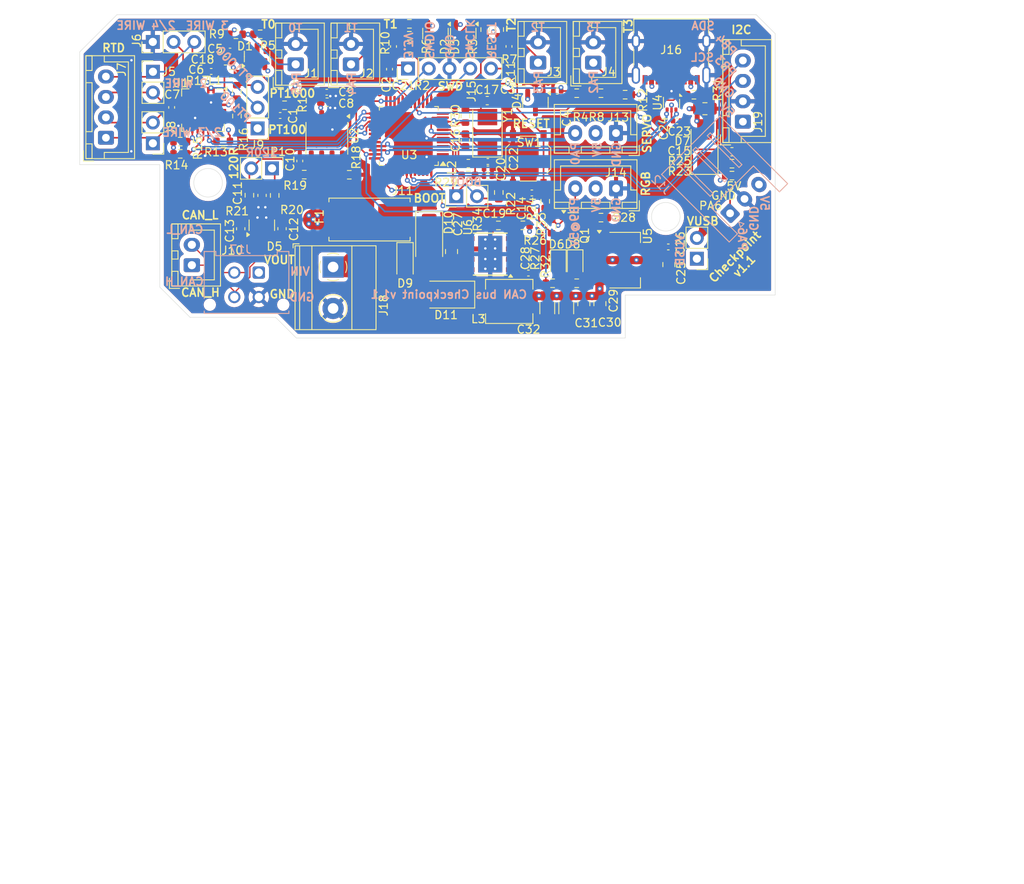
<source format=kicad_pcb>
(kicad_pcb (version 20240108) (generator "pcbnew") (generator_version "8.0")
  (title_block (title "CANBus Checkpoint") (date "2024-05-18") (rev "v1.1") (comment 1 "creativecommons.org/licenses/by-sa/4.0/") (comment 2 "License: CC BY-SA 4.0") (comment 3 "Author: Michael Smith"))
  (layers (0 "F.Cu" signal) (1 "In1.Cu" power) (2 "In2.Cu" power) (31 "B.Cu" signal) (34 "B.Paste" user) (35 "F.Paste" user) (36 "B.SilkS" user "B.Silkscreen") (37 "F.SilkS" user "F.Silkscreen") (38 "B.Mask" user) (39 "F.Mask" user) (44 "Edge.Cuts" user))
  (net 0 "")
  (net 1 "T0")
  (net 2 "GND")
  (net 3 "T1")
  (net 4 "T2")
  (net 5 "T3")
  (net 6 "+3.3V")
  (net 7 "Net-(U1-VDD)")
  (net 8 "RTDIN_N")
  (net 9 "RTDIN_P")
  (net 10 "+5V")
  (net 11 "Net-(U2-VREF)")
  (net 12 "CAN_P")
  (net 13 "CAN_N")
  (net 14 "RESET")
  (net 15 "Y_ENDSTOP")
  (net 16 "OSC_IN")
  (net 17 "VBUS")
  (net 18 "Net-(D1-COM)")
  (net 19 "Net-(D2-COM)")
  (net 20 "Net-(D3-COM)")
  (net 21 "Net-(D4-COM)")
  (net 22 "Net-(D8-A)")
  (net 23 "Net-(D10-A)")
  (net 24 "Net-(J1-Pin_1)")
  (net 25 "Net-(J2-Pin_1)")
  (net 26 "Net-(J3-Pin_1)")
  (net 27 "Net-(J4-Pin_1)")
  (net 28 "RGB_DATA")
  (net 29 "FORCE_P")
  (net 30 "FORCE2")
  (net 31 "FORCE_N")
  (net 32 "430R")
  (net 33 "4300R")
  (net 34 "ISENSOR")
  (net 35 "SERVO_PWM")
  (net 36 "SWCLK")
  (net 37 "SWDIO")
  (net 38 "Net-(U3-VDD)")
  (net 39 "MISO")
  (net 40 "PT_CS")
  (net 41 "MOSI")
  (net 42 "Net-(U1-BIAS)")
  (net 43 "Net-(U2-S)")
  (net 44 "Net-(U3-VREF+)")
  (net 45 "OSC_OUT")
  (net 48 "SCK")
  (net 49 "CAN_TX")
  (net 50 "CAN_RX")
  (net 63 "D_N")
  (net 64 "D_P")
  (net 65 "USB_N")
  (net 66 "USB_P")
  (net 67 "I2C_SDA")
  (net 68 "I2C_SCL")
  (net 72 "Net-(C17-Pad2)")
  (net 73 "Net-(D6-A)")
  (net 74 "Net-(D7-K)")
  (net 75 "Net-(D11-K)")
  (net 76 "Net-(J12-Pin_1)")
  (net 77 "Net-(J14-Pin_3)")
  (net 80 "Net-(J16-CC1)")
  (net 82 "Net-(U6-VSENSE)")
  (net 85 "Net-(U6-BOOT)")
  (net 87 "/CANBUS/120R")
  (net 88 "Net-(JP1-B)")
  (net 91 "VIN")
  (net 92 "VOUT")
  (footprint "Connector_JST:JST_XH_B2B-XH-A_1x02_P2.50mm_Vertical" (layer "F.Cu") (at 48.62 40.15 90)
    (property "Reference" "J1")
    (property "Value" "T0")
  )
  (footprint "Capacitor_SMD:C_0402_1005Metric" (layer "F.Cu") (at 40.58 38.53 180)
    (property "Reference" "C5")
    (property "Value" "0.1uF")
  )
  (footprint "Capacitor_SMD:C_0402_1005Metric" (layer "F.Cu") (at 38.270408 41.021118 180)
    (property "Reference" "C6")
    (property "Value" "0.1uF")
  )
  (footprint "Capacitor_SMD:C_0805_2012Metric" (layer "F.Cu") (at 67.720408 63.101118 90)
    (property "Reference" "C27")
    (property "Value" "10uF")
  )
  (footprint "Resistor_SMD:R_0603_1608Metric" (layer "F.Cu") (at 76.46 59.89 180)
    (property "Reference" "R33")
    (property "Value" "10K")
  )
  (footprint "Capacitor_SMD:C_0402_1005Metric" (layer "F.Cu") (at 80.67 43.43 180)
    (property "Reference" "C4")
    (property "Value" "0.1uF")
  )
  (footprint "Connector_PinHeader_2.54mm:PinHeader_1x02_P2.54mm_Vertical" (layer "F.Cu") (at 45.725 52.9 -90)
    (property "Reference" "JP1")
    (property "Value" "120R_Jumper")
  )
  (footprint "Package_DFN_QFN:TQFN-20-1EP_5x5mm_P0.65mm_EP3.25x3.25mm" (layer "F.Cu") (at 37.26 45.764411 -90)
    (property "Reference" "U1")
    (property "Value" "MAX31865xTP")
  )
  (footprint "Resistor_SMD:R_0603_1608Metric" (layer "F.Cu") (at 62.560408 35.188618 180)
    (property "Reference" "R10")
    (property "Value" "4.7K")
  )
  (footprint "Capacitor_SMD:C_0805_2012Metric" (layer "F.Cu") (at 83.93 69.49 -90)
    (property "Reference" "C30")
    (property "Value" "10uF")
  )
  (footprint "Resistor_SMD:R_0603_1608Metric" (layer "F.Cu") (at 39.740408 49.601118 180)
    (property "Reference" "R13")
    (property "Value" "10K")
  )
  (footprint "Resistor_SMD:R_0603_1608Metric" (layer "F.Cu") (at 46.05 56.22 90)
    (property "Reference" "R20")
    (property "Value" "120R")
  )
  (footprint "Resistor_SMD:R_0603_1608Metric" (layer "F.Cu") (at 79.200408 56.941118 90)
    (property "Reference" "R24")
    (property "Value" "10K")
  )
  (footprint "Resistor_SMD:R_0603_1608Metric" (layer "F.Cu") (at 71.840408 35.891118 90)
    (property "Reference" "R7")
    (property "Value" "2.37K")
  )
  (footprint "Package_TO_SOT_SMD:SOT-666" (layer "F.Cu") (at 94.675 44.84 -90)
    (property "Reference" "U4")
    (property "Value" "USBLC6-2P6")
  )
  (footprint "Capacitor_SMD:C_0603_1608Metric" (layer "F.Cu") (at 72.095 44.595 180)
    (property "Reference" "C17")
    (property "Value" "10pF")
  )
  (footprint "Capacitor_SMD:C_0402_1005Metric" (layer "F.Cu") (at 74.760408 37.951118 -90)
    (property "Reference" "C3")
    (property "Value" "0.1uF")
  )
  (footprint "Diode_SMD:D_SMA" (layer "F.Cu") (at 64.980408 61.721118 -90)
    (property "Reference" "D10")
    (property "Value" "SS34")
  )
  (footprint "Capacitor_SMD:C_0402_1005Metric" (layer "F.Cu") (at 46.72 46.421118 180)
    (property "Reference" "C1")
    (property "Value" "0.1uF")
  )
  (footprint "Capacitor_SMD:C_0402_1005Metric" (layer "F.Cu") (at 33.425 45.43 -90)
    (property "Reference" "C7")
    (property "Value" "0.1uF")
  )
  (footprint "Resistor_SMD:R_0603_1608Metric" (layer "F.Cu") (at 86.03 43.69)
    (property "Reference" "R8")
    (property "Value" "2.37K")
  )
  (footprint "Capacitor_SMD:C_0603_1608Metric" (layer "F.Cu") (at 52.474076 44.787725 180)
    (property "Reference" "C8")
    (property "Value" "1uF")
  )
  (footprint "Package_TO_SOT_SMD:SOT-23" (layer "F.Cu") (at 44.475 59.875 90)
    (property "Reference" "D5")
    (property "Value" "PSM712-LF-T7")
  )
  (footprint "LED_SMD:LED_0805_2012Metric" (layer "F.Cu") (at 82.860408 64.581118 -90)
    (property "Reference" "D8")
    (property "Value" "Green LED")
  )
  (footprint "Capacitor_SMD:C_0402_1005Metric" (layer "F.Cu") (at 72.170408 53.901118)
    (property "Reference" "C19")
    (property "Value" "0.1uF")
  )
  (footprint "Capacitor_SMD:C_1206_3216Metric" (layer "F.Cu") (at 81.775 70.025 -90)
    (property "Reference" "C31")
    (property "Value" "100uF")
  )
  (footprint "Connector_JST:JST_XH_B2B-XH-A_1x02_P2.50mm_Vertical" (layer "F.Cu") (at 55.405 40.15 90)
    (property "Reference" "J2")
    (property "Value" "T1")
  )
  (footprint "Resistor_SMD:R_0603_1608Metric" (layer "F.Cu") (at 83.060408 66.991118 180)
    (property "Reference" "R32")
    (property "Value" "1.5K")
  )
  (footprint "Connector_JST:JST_XH_B2B-XH-A_1x02_P2.50mm_Vertical" (layer "F.Cu") (at 35.9 64.775 90)
    (property "Reference" "J10")
    (property "Value" "CAN_OUT")
  )
  (footprint "Capacitor_SMD:C_1206_3216Metric" (layer "F.Cu") (at 79.45 70.025 -90)
    (property "Reference" "C32")
    (property "Value" "100uF")
  )
  (footprint "Inductor_SMD:L_0603_1608Metric" (layer "F.Cu") (at 69.78 52.32 180)
    (property "Reference" "L2")
    (property "Value" "GZ1608D601TF")
  )
  (footprint "Resistor_SMD:R_0603_1608Metric" (layer "F.Cu") (at 62.550408 36.648618 180)
    (property "Reference" "R6")
    (property "Value" "2.37K")
  )
  (footprint "Resistor_SMD:R_0603_1608Metric" (layer "F.Cu") (at 42.95 56.2 90)
    (property "Reference" "R21")
    (property "Value" "0R")
  )
  (footprint "Package_QFP:LQFP-48_7x7mm_P0.5mm" (layer "F.Cu") (at 62.485 48.9325 180)
    (property "Reference" "U3")
    (property "Value" "STM32G0B1CBTx")
  )
  (footprint "Resistor_SMD:R_0603_1608Metric" (layer "F.Cu") (at 80.100408 66.991118 180)
    (property "Reference" "R27")
    (property "Value" "1.5K")
  )
  (footprint "Resistor_SMD:R_0603_1608Metric" (layer "F.Cu") (at 73.510408 55.861118 90)
    (property "Reference" "R22")
    (property "Value" "10K")
  )
  (footprint "Resistor_SMD:R_0603_1608Metric" (layer "F.Cu") (at 69.78 53.78 180)
    (property "Reference" "R29")
    (property "Value" "10R")
  )
  (footprint "LED_SMD:LED_0805_2012Metric" (layer "F.Cu") (at 80.810408 64.581118 -90)
    (property "Reference" "D6")
    (property "Value" "Red LED")
  )
  (footprint "Resistor_SMD:R_0603_1608Metric" (layer "F.Cu") (at 88.990408 43.871118 180)
    (property "Reference" "R12")
    (property "Value" "4.7K")
  )
  (footprint "TerminalBlock_Phoenix:TerminalBlock_Phoenix_MKDS-1,5-2-5.08_1x02_P5.08mm_Horizontal" (layer "F.Cu") (at 53.205408 64.996118 -90)
    (property "Reference" "J18")
    (property "Value" "PWR_OUT")
  )
  (footprint "Resistor_SMD:R_0603_1608Metric" (layer "F.Cu") (at 86.030408 58.941118 180)
    (property "Reference" "R28")
    (property "Value" "10K")
  )
  (footprint "Resistor_SMD:R_0603_1608Metric" (layer "F.Cu") (at 102.080408 53.791118)
    (property "Reference" "R23")
    (property "Value" "10K")
  )
  (footprint "Resistor_SMD:R_0603_1608Metric" (layer "F.Cu") (at 73.560408 35.881118 90)
    (property "Reference" "R11")
    (property "Value" "4.7K")
  )
  (footprint "Resistor_SMD:R_0603_1608Metric" (layer "F.Cu") (at 97.42 43.88 180)
    (property "Reference" "R31")
    (property "Value" "5.1K")
  )
  (footprint "Resistor_SMD:R_0603_1608Metric" (layer "F.Cu") (at 44.27 36.47 180)
    (property "Reference" "R5")
    (property "Value" "2.37K")
  )
  (footprint "Diode_SMD:D_SMA" (layer "F.Cu") (at 98.720408 50.131118 90)
    (property "Reference" "D7")
    (property "Value" "SS14")
  )
  (footprint "Package_TO_SOT_SMD:SOT-23" (layer "F.Cu") (at 65.750408 36.378618 -90)
    (property "Reference" "D2")
    (property "Value" "BAT54S")
  )
  (footprint "Capacitor_SMD:C_0805_2012Metric" (layer "F.Cu") (at 94.350408 64.701118 -90)
    (property "Reference" "C25")
    (property "Value" "22uF")
  )
  (footprint "Capacitor_SMD:C_0603_1608Metric" (layer "F.Cu") (at 69.42 49.47 -90)
    (property "Reference" "C16")
    (property "Value" "10pF")
  )
  (footprint "Capacitor_SMD:C_0402_1005Metric" (layer "F.Cu") (at 77.560408 55.921118 180)
    (property "Reference" "C14")
    (property "Value" "0.1uF")
  )
  (footprint "Package_SO:SOIC-8_3.9x4.9mm_P1.27mm" (layer "F.Cu") (at 52.440408 49.221118 -90)
    (property "Reference" "U2")
    (property "Value" "SN65HVD1050D")
  )
  (footprint "Connector_PinHeader_2.54mm:PinHeader_1x02_P2.54mm_Vertical" (layer "F.Cu") (at 97.780408 63.981118 180)
    (property "Reference" "JP2" (hide yes))
    (property "Value" "USB_PWR")
  )
  (footprint "Package_TO_SOT_SMD:SOT-23" (layer "F.Cu") (at 69.152908 36.371118 -90)
    (property "Reference" "D3")
    (property "Value" "BAT54S")
  )
  (footprint "Connector_PinHeader_2.54mm:PinHeader_1x02_P2.54mm_Vertical" (layer "F.Cu") (at 31.12 49.83 180)
    (property "Reference" "J8")
    (property "Value" "23_WIRE")
  )
  (footprint "Capacitor_SMD:C_0402_1005Metric" (layer "F.Cu") (at 95.34 47.08)
    (property "Reference" "C24")
    (property "Value" "0.1uF")
  )
  (footprint "Connector_JST:JST_XH_B3B-XH-A_1x03_P2.50mm_Vertical" (layer "F.Cu") (at 87.880408 55.361118 180)
    (property "Reference" "J14")
    (property "Value" "RGB")
  )
  (footprint "Capacitor_SMD:C_0402_1005Metric" (layer "F.Cu") (at 49.125 52 -90)
    (property "Reference" "C10")
    (property "Value" "0.1uF")
  )
  (footprint "Resistor_SMD:R_0603_1608Metric" (layer "F.Cu") (at 41.410408 43.531118 90)
    (property "Reference" "R17")
    (property "Value" "4.3K")
  )
  (footprint "Package_SO:TI_SO-PowerPAD-8_ThermalVias" (layer "F.Cu") (at 72.46 63.42 180)
    (property "Reference" "U6")
    (property "Value" "TPS5430DDA")
  )
  (footprint "Capacitor_SMD:C_0402_1005Metric" (layer "F.Cu") (at 72.170408 52.061118)
    (property "Reference" "C22")
    (property "Value" "0.1uF")
  )
  (footprint "Package_TO_SOT_SMD:SOT-223-3_TabPin2" (layer "F.Cu") (at 88.96 64.16)
    (property "Reference" "U5")
    (property "Value" "AMS1117-3.3")
  )
  (footprint "Connector_PinHeader_2.54mm:PinHeader_1x05_P2.54mm_Vertical" (layer "F.Cu") (at 62.390408 40.671118 90)
    (property "Reference" "J15")
    (property "Value" "SWD")
  )
  (footprint "Connector_PinHeader_2.54mm:PinHeader_1x03_P2.54mm_Vertical" (layer "F.Cu") (at 31.115 37.4 90)
    (property "Reference" "J6")
    (property "Value" "24_3_WIRE_A")
  )
  (footprint "Capacitor_SMD:C_0402_1005Metric" (layer "F.Cu") (at 94.280408 62.541118)
    (property "Reference" "C26")
    (property "Value" "0.1uF")
  )
  (footprint "Connector_JST:JST_XH_B2B-XH-A_1x02_P2.50mm_Vertical" (layer "F.Cu") (at 78.32 39.95 90)
    (property "Reference" "J3")
    (property "Value" "T2")
  )
  (footprint "Capacitor_SMD:C_0805_2012Metric" (layer "F.Cu") (at 98.770408 45.591118)
    (property "Reference" "C23")
    (property "Value" "10uF")
  )
  (footprint "Resistor_SMD:R_0603_1608Metric" (layer "F.Cu") (at 55.190408 53.691118 180)
    (property "Reference" "R18")
    (property "Value" "0R")
  )
  (footprint "Capacitor_SMD:C_0805_2012Metric" (layer "F.Cu") (at 85.9 69.49 -90)
    (property "Reference" "C29")
    (property "Value" "10uF")
  )
  (footprint "Resistor_SMD:R_0603_1608Metric" (layer "F.Cu") (at 41.425 46.491118 -90)
    (property "Reference" "R16")
    (property "Value" "430R")
  )
  (footprint "Fuse:Fuseholder_Littelfuse_Nano2_154x" (layer "F.Cu") (at 57.670408 59.181118 180)
    (property "Reference" "F1")
    (property "Value" "0154005.DRT")
  )
  (footprint "Connector_PinHeader_2.54mm:PinHeader_1x02_P2.54mm_Vertical" (layer "F.Cu") (at 31.13 41.060589)
    (property "Reference" "J5")
    (property "Value" "2_WIRE")
  )
  (footprint "Resistor_SMD:R_0603_1608Metric" (layer "F.Cu") (at 69.42 46.47 -90)
    (property "Reference" "R30")
    (property "Value" "2K")
  )
  (footprint "Library:SMMS0530" (layer "F.Cu") (at 74.79 69.22)
    (property "Reference" "L3")
    (property "Value" "22uH")
  )
  (footprint "Capacitor_SMD:C_0402_1005Metric" (layer "F.Cu") (at 77.14 65.74)
    (property "Reference" "C28")
    (property "Value" "0.1uF")
  )
  (footprint "Capacitor_SMD:C_0603_1608Metric" (layer "F.Cu") (at 102.080408 50.871118)
    (property "Reference" "C15")
    (property "Value" "22nF")
  )
  (footprint "Connector_PinHeader_2.54mm:PinHeader_1x02_P2.54mm_Vertical" (layer "F.Cu") (at 68.3 56.32 90)
    (property "Reference" "J11")
    (property "Value" "BOOT")
  )
  (footprint "Crystal:Crystal_SMD_5032-2Pin_5.0x3.2mm" (layer "F.Cu") (at 72.12 48.47 90)
    (property "Reference" "Y1")
    (property "Value" "Crystal")
  )
  (footprint "Capacitor_SMD:C_0402_1005Metric" (layer "F.Cu") (at 60.120408 40.741118 -90)
    (property "Reference" "C21")
    (property "Value" "0.1uF")
  )
  (footprint "Capacitor_SMD:C_0603_1608Metric" (layer "F.Cu") (at 41.89 60.31 90)
    (property "Reference" "C13")
    (property "Value" "10pF")
  )
  (footprint "Resistor_SMD:R_0603_1608Metric" (layer "F.Cu") (at 62.550408 38.128618)
    (property "Reference" "R2")
    (property "Value" "2.37K")
  )
  (footprint "Package_TO_SOT_SMD:SOT-23" (layer "F.Cu") (at 43.89 39.19 90)
    (property "Reference" "D1")
    (property "Value" "BAT54S")
  )
  (footprint "Capacitor_SMD:C_0402_1005Metric" (layer "F.Cu") (at 72.180408 52.981118)
    (property "Reference" "C20")
    (property "Value" "0.1uF")
  )
  (footprint "Resistor_SMD:R_0603_1608Metric" (layer "F.Cu") (at 72.350408 38.101118 180)
    (property "Reference" "R3")
    (property "Value" "2.37K")
  )
  (footprint "Connector_JST:JST_XH_B3B-XH-A_1x03_P2.50mm_Vertical" (layer "F.Cu") (at 87.870408 48.576118 180)
    (property "Reference" "J13")
    (property "Value" "SERVO")
  )
  (footprint "Capacitor_SMD:C_0603_1608Metric" (layer "F.Cu") (at 40.01 39.72 180)
    (property "Reference" "C18")
    (property "Value" "1uF")
  )
  (footprint "Connector_JST:JST_XH_B4B-XH-A_1x04_P2.50mm_Vertical" (layer "F.Cu") (at 25.370408 49.151118 90)
    (property "Reference" "J7")
    (property "Value" "PT100")
  )
  (footprint "Resistor_SMD:R_0603_1608Metric" (layer "F.Cu") (at 83.06 43.69)
    (property "Reference" "R4")
    (property "Value" "2.37K")
  )
  (footprint "Button_Switch_SMD:SW_Push_1P1T_XKB_TS-1187A" (layer "F.Cu") (at 77.120408 51.71 90)
    (property "Reference" "SW1")
    (property "Value" "SW_RESET")
  )
  (footprint "Resistor_SMD:R_0603_1608Metric" (layer "F.Cu") (at 73.46 59.9 180)
    (property "Reference" "R34")
    (property "Value" "3.3K")
  )
  (footprint "Resistor_SMD:R_0603_1608Metric" (layer "F.Cu") (at 79.980408 60.031118 -90)
    (property "Reference" "R26")
    (property "Value" "10K")
  )
  (footprint "Capacitor_SMD:C_0603_1608Metric" (layer "F.Cu") (at 46.95 60.3 -90)
    (property "Reference" "C12")
    (property "Value" "10pF")
  )
  (footprint "Inductor_SMD:L_0603_1608Metric" (layer "F.Cu") (at 40.677908 41.301118 180)
    (property "Reference" "L1")
    (property "Value" "GZ1608D601TF")
  )
  (footprint "Capacitor_SMD:C_0402_1005Metric" (layer "F.Cu") (at 60.610408 37.961118 -90)
    (property "Reference" "C2")
    (property "Value" "0.1uF")
  )
  (footprint "Package_TO_SOT_SMD:SOT-23" (layer "F.Cu") (at 78.000408 44.841118 -90)
    (property "Reference" "D4")
    (property "Value" "BAT54S")
  )
  (footprint "Connector_JST:JST_XH_B4B-XH-A_1x04_P2.50mm_Vertical" (layer "F.Cu") (at 103.420408 47.181118 90)
    (property "Reference" "J19")
    (property "Value" "I2C")
  )
  (footprint "Resistor_SMD:R_0603_1608Metric" (layer "F.Cu") (at 34.475 49.625)
    (property "Reference" "R15")
    (property "Value" "10K")
  )
  (footprint "Capacitor_SMD:C_0603_1608Metric" (layer "F.Cu") (at 44.5 56.22 -90)
    (property "Reference" "C11")
    (property "Value" "4.7nF")
  )
  (footprint "Resistor_SMD:R_0603_1608Metric" (layer "F.Cu") (at 49.670408 53.671118 180)
    (property "Reference" "R19")
    (property "Value" "0R")
  )
  (footprint "Diode_SMD:D_SMA" (layer "F.Cu") (at 67.047908 68.381118 180)
    (property "Reference" "D11")
    (property "Value" "SS210")
  )
  (footprint "Capacitor_SMD:C_0402_1005Metric" (layer "F.Cu") (at 52.425 43.575 180)
    (property "Reference" "C9")
    (property "Value" "0.1uF")
  )
  (footprint "Connector_USB:USB_C_Receptacle_XKB_U262-16XN-4BVC11" (layer "F.Cu") (at 94.63 38.375 180)
    (property "Reference" "J16")
    (property "Value" "USB_C_Receptacle_USB2.0_16P")
  )
  (footprint "Resistor_SMD:R_0603_1608Metric" (layer "F.Cu") (at 102.080408 52.331118 180)
    (property "Reference" "R25")
    (property "Value" "1K")
  )
  (footprint "Resistor_SMD:R_0603_1608Metric" (layer "F.Cu") (at 47.260408 45.171118 180)
    (property "Reference" "R1")
    (property "Value" "2.37K")
  )
  (footprint "Connector_PinHeader_2.54mm:PinHeader_1x03_P2.54mm_Vertical" (layer "F.Cu") (at 43.96 48 180)
    (property "Reference" "J9")
    (property "Value" "PT100_1K")
  )
  (footprint "Resistor_SMD:R_0603_1608Metric" (layer "F.Cu") (at 34.475 51.125)
    (property "Reference" "R14")
    (property "Value" "10K")
  )
  (footprint "Diode_SMD:D_SOD-123F" (layer "F.Cu") (at 62.020408 64.213618 -90)
    (property "Reference" "D9")
    (property "Value" "SMF24CA")
  )
  (footprint "Resistor_SMD:R_0603_1608Metric" (layer "F.Cu") (at 41.300408 36.471118)
    (property "Reference" "R9")
    (property "Value" "4.7K")
  )
  (footprint "Package_TO_SOT_SMD:SOT-23" (layer "F.Cu") (at 82.630408 59.911118)
    (property "Reference" "Q1")
    (property "Value" "BSS138")
  )
  (footprint "Connector_JST:JST_XH_B2B-XH-A_1x02_P2.50mm_Vertical" (layer "F.Cu") (at 85.09 39.95 90)
    (property "Reference" "J4")
    (property "Value" "T3")
  )
  (footprint "Connector_Molex:Molex_Micro-Fit_3.0_43045-0412_2x02_P3.00mm_Vertical" (layer "B.Cu") (at 44.1 65.68 180)
    (property "Reference" "J17")
    (property "Value" "PWR_CAN_IN")
  )
  (footprint "Connector_JST:JST_XH_S3B-XH-A_1x03_P2.50mm_Horizontal" (layer "B.Cu") (at 101.85216 58.418404 45)
    (property "Reference" "J12")
    (property "Value" "Y_ENDSTOP")
  )
  (gr_line (start 31.975 67.460396) (end 31.975 52.45) (stroke (width 0.05)) (layer "Edge.Cuts"))
  (gr_line (start 35.682391 71.170878) (end 31.971909 67.460396) (stroke (width 0.05)) (layer "Edge.Cuts"))
  (gr_line (start 26.725 34.058618) (end 22.15 38.633618) (stroke (width 0.05)) (layer "Edge.Cuts"))
  (gr_line (start 89 73.7) (end 89 68.43) (stroke (width 0.05)) (layer "Edge.Cuts"))
  (gr_line (start 107.375 68.43) (end 89 68.43) (stroke (width 0.05)) (layer "Edge.Cuts"))
  (gr_line (start 48.694284 73.7) (end 46.165162 71.170878) (stroke (width 0.05)) (layer "Edge.Cuts"))
  (gr_circle (center 37.89 54.669) (end 39.64 54.669) (stroke (width 0.05)) (fill none) (layer "Edge.Cuts"))
  (gr_circle (center 93.972 58.838) (end 95.722 58.838) (stroke (width 0.05)) (fill none) (layer "Edge.Cuts"))
  (gr_line (start 89.000408 73.7) (end 48.694692 73.7) (stroke (width 0.05)) (layer "Edge.Cuts"))
  (gr_line (start 31.975 52.45) (end 22.15 52.45) (stroke (width 0.05)) (layer "Edge.Cuts"))
  (gr_line (start 46.166618 71.170878) (end 35.682391 71.170878) (stroke (width 0.05)) (layer "Edge.Cuts"))
  (gr_line (start 107.375 36.383618) (end 107.375 68.43) (stroke (width 0.05)) (layer "Edge.Cuts"))
  (gr_line (start 107.375 36.383618) (end 105.050015 34.058618) (stroke (width 0.05)) (layer "Edge.Cuts"))
  (gr_line (start 22.15 52.45) (end 22.15 38.633618) (stroke (width 0.05)) (layer "Edge.Cuts"))
  (gr_line (start 26.725 34.058618) (end 105.050015 34.058618) (stroke (width 0.05)) (layer "Edge.Cuts"))
  (gr_text "CAN_H" (at 37.470408 67.371118 0) (layer "B.SilkS") (effects (font (size 1 1) (thickness 0.2) (bold yes)) (justify left bottom mirror)))
  (gr_text "PA2" (at 85.720408 40.801118 90) (layer "B.SilkS") (effects (font (size 1 1) (thickness 0.2) (bold yes)) (justify left bottom mirror)))
  (gr_text "PA6" (at 102.760408 63.071118 270) (layer "B.SilkS") (effects (font (size 1 1) (thickness 0.2) (bold yes)) (justify left bottom mirror)))
  (gr_text "2/3 WIRE" (at 39.680408 49.081118 0) (layer "B.SilkS") (effects (font (size 1 1) (thickness 0.2) (bold yes)) (justify left bottom mirror)))
  (gr_text "T0" (at 49.560408 36.281118 0) (layer "B.SilkS") (effects (font (size 1 1) (thickness 0.2) (bold yes)) (justify left bottom mirror)))
  (gr_text "PB9@5V" (at 83.370408 56.341118 90) (layer "B.SilkS") (effects (font (size 1 1) (thickness 0.2) (bold yes)) (justify left bottom mirror)))
  (gr_text "GND" (at 51.030408 69.281118 0) (layer "B.SilkS") (effects (font (size 1 1) (thickness 0.2) (bold yes)) (justify left bottom mirror)))
  (gr_text "5V" (at 86.150408 49.561118 90) (layer "B.SilkS") (effects (font (size 1 1) (thickness 0.2) (bold yes)) (justify left bottom mirror)))
  (gr_text "PA0" (at 83.480408 49.551118 90) (layer "B.SilkS") (effects (font (size 1 1) (thickness 0.2) (bold yes)) (justify left bottom mirror)))
  (gr_text "SWDIO" (at 64.400408 39.621118 270) (layer "B.SilkS") (effects (font (size 1 1) (thickness 0.2) (bold yes)) (justify left bottom mirror)))
  (gr_text "GND" (at 104.130408 60.691118 270) (layer "B.SilkS") (effects (font (size 1 1) (thickness 0.2) (bold yes)) (justify left bottom mirror)))
  (gr_text "SCL" (at 99.980408 39.891118 0) (layer "B.SilkS") (effects (font (size 1 1) (thickness 0.2) (bold yes)) (justify left bottom mirror)))
  (gr_text "GND" (at 101.800408 44.601118 315) (layer "B.SilkS") (effects (font (size 1 1) (thickness 0.2) (bold yes)) (justify left bottom mirror)))
  (gr_text "5V" (at 105.500408 58.221118 270) (layer "B.SilkS") (effects (font (size 1 1) (thickness 0.2) (bold yes)) (justify left bottom mirror)))
  (gr_text "T1" (at 56.340408 36.271118 0) (layer "B.SilkS") (effects (font (size 1 1) (thickness 0.2) (bold yes)) (justify left bottom mirror)))
  (gr_text "120R" (at 46.510408 51.521118 0) (layer "B.SilkS") (effects (font (size 1 1) (thickness 0.2) (bold yes)) (justify left bottom mirror)))
  (gr_text "2/4 WIRE" (at 34.030408 35.971118 0) (layer "B.SilkS") (effects (font (size 1 1) (thickness 0.2) (bold yes)) (justify left bottom mirror)))
  (gr_text "3.3V" (at 61.800408 39.621118 270) (layer "B.SilkS") (effects (font (size 1 1) (thickness 0.2) (bold yes)) (justify left bottom mirror)))
  (gr_text "VIN" (at 50.470408 66.121118 0) (layer "B.SilkS") (effects (font (size 1 1) (thickness 0.2) (bold yes)) (justify left bottom mirror)))
  (gr_text "GND" (at 88.520408 49.541118 90) (layer "B.SilkS") (effects (font (size 1 1) (thickness 0.2) (bold yes)) (justify left bottom mirror)))
  (gr_text "T2" (at 79.270408 36.211118 0) (layer "B.SilkS") (effects (font (size 1 1) (thickness 0.2) (bold yes)) (justify left bottom mirror)))
  (gr_text "5V" (at 101.820408 46.951118 315) (layer "B.SilkS") (effects (font (size 1 1) (thickness 0.2) (bold yes)) (justify left bottom mirror)))
  (gr_text "GND" (at 66.880408 39.651118 270) (layer "B.SilkS") (effects (font (size 1 1) (thickness 0.2) (bold yes)) (justify left bottom mirror)))
  (gr_text "PA3" (at 78.980408 40.811118 90) (layer "B.SilkS") (effects (font (size 1 1) (thickness 0.2) (bold yes)) (justify left bottom mirror)))
  (gr_text "BOOT" (at 71.550408 55.141118 0) (layer "B.SilkS") (effects (font (size 1 1) (thickness 0.2) (bold yes)) (justify left bottom mirror)))
  (gr_text "SWCLK" (at 69.370408 39.651118 270) (layer "B.SilkS") (effects (font (size 1 1) (thickness 0.2) (bold yes)) (justify left bottom mirror)))
  (gr_text "GND" (at 88.480408 56.341118 90) (layer "B.SilkS") (effects (font (size 1 1) (thickness 0.2) (bold yes)) (justify left bottom mirror)))
  (gr_text "PT100" (at 42.540408 47.521118 315) (layer "B.SilkS") (effects (font (size 1 1) (thickness 0.2) (bold yes)) (justify left bottom mirror)))
  (gr_text "PB3" (at 101.990408 41.921118 315) (layer "B.SilkS") (effects (font (size 1 1) (thickness 0.2) (bold yes)) (justify left bottom mirror)))
  (gr_text "CAN_L" (at 37.420408 60.991118 0) (layer "B.SilkS") (effects (font (size 1 1) (thickness 0.2) (bold yes)) (justify left bottom mirror)))
  (gr_text "PB4" (at 102.080408 39.321118 315) (layer "B.SilkS") (effects (font (size 1 1) (thickness 0.2) (bold yes)) (justify left bottom mirror)))
  (gr_text "RESET" (at 71.990408 39.651118 270) (layer "B.SilkS") (effects (font (size 1 1) (thickness 0.2) (bold yes)) (justify left bottom mirror)))
  (gr_text "PA5" (at 49.310408 41.001118 90) (layer "B.SilkS") (effects (font (size 1 1) (thickness 0.2) (bold yes)) (justify left bottom mirror)))
  (gr_text "PA4" (at 56.070408 41.011118 90) (layer "B.SilkS") (effects (font (size 1 1) (thickness 0.2) (bold yes)) (justify left bottom mirror)))
  (gr_text "2 WIRE" (at 37.930408 43.091118 0) (layer "B.SilkS") (effects (font (size 1 1) (thickness 0.2) (bold yes)) (justify left bottom mirror)))
  (gr_text "3 WIRE" (at 40.530408 35.991118 0) (layer "B.SilkS") (effects (font (size 1 1) (thickness 0.2) (bold yes)) (justify left bottom mirror)))
  (gr_text "SDA" (at 100.070408 36.021118 0) (layer "B.SilkS") (effects (font (size 1 1) (thickness 0.2) (bold yes)) (justify left bottom mirror)))
  (gr_text "CAN bus Checkpoint ${REVISION}" (at 77.080408 68.951118 0) (layer "B.SilkS") (effects (font (size 1 1) (thickness 0.2) (bold yes)) (justify left bottom mirror)))
  (gr_text "PT1000" (at 42.730408 42.671118 315) (layer "B.SilkS") (effects (font (size 1 1) (thickness 0.2) (bold yes)) (justify left bottom mirror)))
  (gr_text "T3" (at 86.090408 36.191118 0) (layer "B.SilkS") (effects (font (size 1 1) (thickness 0.2) (bold yes)) (justify left bottom mirror)))
  (gr_text "5V" (at 86.040408 56.341118 90) (layer "B.SilkS") (effects (font (size 1 1) (thickness 0.2) (bold yes)) (justify left bottom mirror)))
  (gr_text "VUSB" (at 96.310408 60.871118 90) (layer "B.SilkS") (effects (font (size 1 1) (thickness 0.2) (bold yes)) (justify left bottom mirror)))
  (gr_text "GND" (at 99.440408 56.831118 0) (layer "F.SilkS") (effects (font (size 1 1)) (justify left bottom)))
  (gr_text "5V" (at 101.320408 55.671118 0) (layer "F.SilkS") (effects (font (size 1 1)) (justify left bottom)))
  (gr_text "CAN_L" (at 34.540408 59.221118 0) (layer "F.SilkS") (effects (font (size 1 1) (thickness 0.2) (bold yes)) (justify left bottom)))
  (gr_text "T1" (at 59.280408 35.811118 0) (layer "F.SilkS") (effects (font (size 1 1) (thickness 0.2) (bold yes)) (justify left bottom)))
  (gr_text "PA6" (at 97.960408 58.071118 0) (layer "F.SilkS") (effects (font (size 1 1)) (justify left bottom)))
  (gr_text "CAN_H" (at 34.460408 68.711118 0) (layer "F.SilkS") (effects (font (size 1 1) (thickness 0.2) (bold yes)) (justify left bottom)))
  (gr_text "RESET" (at 75.090408 48.011118 0) (layer "F.SilkS") (effects (font (size 1 1) (thickness 0.2) (bold yes)) (justify left bottom)))
  (gr_text "PT100" (at 45.140408 48.741118 0) (layer "F.SilkS") (effects (font (size 1 1) (thickness 0.2) (bold yes)) (justify left bottom)))
  (gr_text "RGB" (at 92.100408 56.411118 90) (layer "F.SilkS") (effects (font (size 1 1) (thickness 0.2) (bold yes)) (justify left bottom)))
  (gr_text "BOOT" (at 62.960408 57.151118 0) (layer "F.SilkS") (effects (font (size 1 1) (thickness 0.2) (bold yes)) (justify left bottom)))
  (gr_text "PT1000" (at 45.290408 44.301118 0) (layer "F.SilkS") (effects (font (size 1 1) (thickness 0.2) (bold yes)) (justify left bottom)))
  (gr_text "T0" (at 44.290408 35.831118 0) (layer "F.SilkS") (effects (font (size 1 1) (thickness 0.2) (bold yes)) (justify left bottom)))
  (gr_text "SERVO" (at 92.260408 51.131118 90) (layer "F.SilkS") (effects (font (size 1 1) (thickness 0.2) (bold yes)) (justify left bottom)))
  (gr_text "GND" (at 45.310408 68.911118 0) (layer "F.SilkS") (effects (font (size 1 1) (thickness 0.2) (bold yes)) (justify left bottom)))
  (gr_text "I2C" (at 101.890408 36.501118 0) (layer "F.SilkS") (effects (font (size 1 1) (thickness 0.2) (bold yes)) (justify left bottom)))
  (gr_text "Checkpoint\n${REVISION}" (at 102.020408 63.341118 45) (layer "F.SilkS") (effects (font (size 1 1) (thickness 0.2) (bold yes)) (justify top)))
  (gr_text "T3" (at 89.950408 36.441118 90) (layer "F.SilkS") (effects (font (size 1 1) (thickness 0.2) (bold yes)) (justify left bottom)))
  (gr_text "VOUT" (at 44.620408 64.711118 0) (layer "F.SilkS") (effects (font (size 1 1) (thickness 0.2) (bold yes)) (justify left bottom)))
  (gr_text "SWD" (at 65.910408 43.421118 0) (layer "F.SilkS") (effects (font (size 1 1) (thickness 0.2) (bold yes)) (justify left bottom)))
  (gr_text "RTD" (at 24.800408 38.731118 0) (layer "F.SilkS") (effects (font (size 1 1) (thickness 0.2) (bold yes)) (justify left bottom)))
  (gr_text "VUSB" (at 96.440408 59.961118 0) (layer "F.SilkS") (effects (font (size 1 1) (thickness 0.2) (bold yes)) (justify left bottom)))
  (gr_text "T2" (at 75.630408 36.281118 90) (layer "F.SilkS") (effects (font (size 1 1) (thickness 0.2) (bold yes)) (justify left bottom)))
  (gr_text "120R" (at 41.630408 54.341118 90) (layer "F.SilkS") (effects (font (size 1 1) (thickness 0.2) (bold yes)) (justify left bottom)))
  (segment (start 48.085408 43.266118) (end 48.085408 45.171118) (width 0.2) (layer "F.Cu") (net 1))
  (segment (start 47.2 46.421118) (end 47.2 46.056526) (width 0.2) (layer "F.Cu") (net 1))
  (segment (start 62.130408 42.361118) (end 63.735 43.96571) (width 0.2) (layer "F.Cu") (net 1))
  (segment (start 47.2 46.056526) (end 48.085408 45.171118) (width 0.2) (layer "F.Cu") (net 1))
  (segment (start 48.550408 42.801118) (end 48.085408 43.266118) (width 0.2) (layer "F.Cu") (net 1))
  (segment (start 61.390408 42.361118) (end 62.130408 42.361118) (width 0.2) (layer "F.Cu") (net 1))
  (segment (start 63.735 43.96571) (end 63.735 44.77) (width 0.2) (layer "F.Cu") (net 1))
  (via (at 48.550408 42.801118) (size 0.6) (drill 0.3) (layers "F.Cu" "B.Cu") (net 1))
  (via (at 61.390408 42.361118) (size 0.6) (drill 0.3) (layers "F.Cu" "B.Cu") (net 1))
  (segment (start 48.990408 42.361118) (end 61.390408 42.361118) (width 0.2) (layer "B.Cu") (net 1))
  (segment (start 48.550408 42.801118) (end 48.990408 42.361118) (width 0.2) (layer "B.Cu") (net 1))
  (segment (start 53.120408 48.141118) (end 53.075408 48.096118) (width 0.2) (layer "F.Cu") (net 2))
  (segment (start 53.428882 45.511118) (end 53.075408 45.864592) (width 0.2) (layer "F.Cu") (net 2))
  (segment (start 52.860408 45.471118) (end 52.97 45.361526) (width 0.2) (layer "F.Cu") (net 2))
  (segment (start 67.595052 48.6825) (end 69.157552 50.245) (width 0.2) (layer "F.Cu") (net 2))
  (segment (start 67.720408 62.151118) (end 68.35429 62.785) (width 0.6) (layer "F.Cu") (net 2))
  (segment (start 53.54 44.025) (end 53.249076 44.315924) (width 0.2) (layer "F.Cu") (net 2))
  (segment (start 68.150408 36.871118) (end 67.910408 36.871118) (width 0.2) (layer "F.Cu") (net 2))
  (segment (start 34.8225 47.064411) (end 34.505589 47.064411) (width 0.2) (layer "F.Cu") (net 2))
  (segment (start 45.010408 58.9375) (end 44.475 58.9375) (width 0.2) (layer "F.Cu") (net 2))
  (segment (start 68.150408 36.871118) (end 69.587908 35.433618) (width 0.2) (layer "F.Cu") (net 2))
  (segment (start 94.675 43.436762) (end 94.674999 43.436761) (width 0.2) (layer "F.Cu") (net 2))
  (segment (start 69.587908 35.433618) (end 70.102908 35.433618) (width 0.2) (layer "F.Cu") (net 2))
  (segment (start 44.5 57.27071) (end 44.900408 57.671118) (width 0.2) (layer "F.Cu") (net 2))
  (segment (start 53.249076 43.919076) (end 52.905 43.575) (width 0.2) (layer "F.Cu") (net 2))
  (segment (start 97.93 42.235) (end 97.93 43.565) (width 0.2) (layer "F.Cu") (net 2))
  (segment (start 53.075408 48.096118) (end 53.075408 46.746118) (width 0.2) (layer "F.Cu") (net 2))
  (segment (start 65.840319 48.6825) (end 66.6475 48.6825) (width 0.2) (layer "F.Cu") (net 2))
  (segment (start 53.249076 44.787725) (end 53.249076 43.919076) (width 0.2) (layer "F.Cu") (net 2))
  (segment (start 52.865 44.05) (end 52.905 44.01) (width 0.2) (layer "F.Cu") (net 2))
  (segment (start 52.97 45.361526) (end 52.97 45.066801) (width 0.2) (layer "F.Cu") (net 2))
  (segment (start 91.34 42.045) (end 91.34 42.06) (width 0.2) (layer "F.Cu") (net 2))
  (segment (start 38.56 48.201911) (end 38.56 47.064411) (width 0.2) (layer "F.Cu") (net 2))
  (segment (start 68.35429 62.785) (end 69.76 62.785) (width 0.6) (layer "F.Cu") (net 2))
  (segment (start 52.905 44.01) (end 52.905 43.575) (width 0.2) (layer "F.Cu") (net 2))
  (segment (start 34.25 47.32) (end 34.25 47.69) (width 0.2) (layer "F.Cu") (net 2))
  (segment (start 52.89 44.025) (end 53.54 44.025) (width 0.2) (layer "F.Cu") (net 2))
  (segment (start 53.075408 45.686118) (end 53.075408 46.746118) (width 0.2) (layer "F.Cu") (net 2))
  (segment (start 34.505589 47.064411) (end 34.25 47.32) (width 0.2) (layer "F.Cu") (net 2))
  (segment (start 44.5 56.995) (end 44.5 57.27071) (width 0.2) (layer "F.Cu") (net 2))
  (segment (start 53.075408 45.864592) (end 53.075408 46.746118) (width 0.2) (layer "F.Cu") (net 2))
  (segment (start 53.249076 44.315924) (end 53.249076 44.787725) (width 0.2) (layer "F.Cu") (net 2))
  (segment (start 67.910408 36.871118) (end 66.700408 35.661118) (width 0.2) (layer "F.Cu") (net 2))
  (segment (start 52.860408 45.471118) (end 53.075408 45.686118) (width 0.2) (layer "F.Cu") (net 2))
  (segment (start 39.6975 47.064411) (end 38.56 47.064411) (width 0.2) (layer "F.Cu") (net 2))
  (segment (start 53.450408 45.511118) (end 53.450408 44.989057) (width 0.2) (layer "F.Cu") (net 2))
  (segment (start 91.34 42.06) (end 91.465 42.185) (width 0.2) (layer "F.Cu") (net 2))
  (segment (start 52.865 44.05) (end 52.89 44.025) (width 0.2) (layer "F.Cu") (net 2))
  (segment (start 34.8225 47.064411) (end 35.96 47.064411) (width 0.2) (layer "F.Cu") (net 2))
  (segment (start 97.93 43.565) (end 98.245 43.88) (width 0.2) (layer "F.Cu") (net 2))
  (segment (start 94.675 43.915) (end 94.675 43.436762) (width 0.2) (layer "F.Cu") (net 2))
  (segment (start 97.74 42.045) (end 97.93 42.235) (width 0.2) (layer "F.Cu") (net 2))
  (segment (start 53.450408 45.511118) (end 53.428882 45.511118) (width 0.2) (layer "F.Cu") (net 2))
  (segment (start 69.76 62.785) (end 71.795 62.785) (width 0.6) (layer "F.Cu") (net 2))
  (segment (start 43.940408 58.9375) (end 44.475 58.9375) (width 0.2) (layer "F.Cu") (net 2))
  (segment (start 44.055408 57.676118) (end 44.5 57.231526) (width 0.2) (layer "F.Cu") (net 2))
  (segment (start 64.660408 49.221118) (end 65.301701 49.221118) (width 0.2) (layer "F.Cu") (net 2))
  (segment (start 65.301701 49.221118) (end 65.840319 48.6825) (width 0.2) (layer "F.Cu") (net 2))
  (segment (start 66.6475 48.6825) (end 67.595052 48.6825) (width 0.2) (layer "F.Cu") (net 2))
  (via (at 34.25 47.69) (size 0.6) (drill 0.3) (layers "F.Cu" "B.Cu") (net 2))
  (via (at 64.670408 51.501118) (size 0.6) (drill 0.3) (layers "F.Cu" "B.Cu") (net 2))
  (via (at 44.900408 57.671118) (size 0.6) (drill 0.3) (layers "F.Cu" "B.Cu") (net 2))
  (via (at 43.940408 58.9375) (size 0.6) (drill 0.3) (layers "F.Cu" "B.Cu") (net 2))
  (via (at 53.450408 45.511118) (size 0.6) (drill 0.3) (layers "F.Cu" "B.Cu") (net 2))
  (via (at 28.480408 50.811118) (size 0.6) (drill 0.3) (layers "F.Cu" "B.Cu") (net 2))
  (via (at 45.010408 58.9375) (size 0.6) (drill 0.3) (layers "F.Cu" "B.Cu") (net 2))
  (via (at 44.055408 57.676118) (size 0.6) (drill 0.3) (layers "F.Cu" "B.Cu") (net 2))
  (via (at 38.25 44.824411) (size 0.6) (drill 0.3) (layers "F.Cu" "B.Cu") (net 2))
  (via (at 52.865 44.05) (size 0.6) (drill 0.3) (layers "F.Cu" "B.Cu") (net 2))
  (via (at 64.660408 49.221118) (size 0.6) (drill 0.3) (layers "F.Cu" "B.Cu") (net 2))
  (via (at 53.120408 48.141118) (size 0.6) (drill 0.3) (layers "F.Cu" "B.Cu") (net 2))
  (via (at 94.674999 43.436761) (size 0.6) (drill 0.3) (layers "F.Cu" "B.Cu") (net 2))
  (via (at 52.860408 45.471118) (size 0.6) (drill 0.3) (layers "F.Cu" "B.Cu") (net 2))
  (via (at 36.3 46.724411) (size 0.6) (drill 0.3) (layers "F.Cu" "B.Cu") (net 2))
  (via (at 53.54 44.025) (size 0.6) (drill 0.3) (layers "F.Cu" "B.Cu") (net 2))
  (via (at 68.150408 36.871118) (size 0.6) (drill 0.3) (layers "F.Cu" "B.Cu") (net 2))
  (via (at 28.500408 39.651118) (size 0.6) (drill 0.3) (layers "F.Cu" "B.Cu") (net 2))
  (via (at 37.510408 51.361118) (size 0.6) (drill 0.3) (layers "F.Cu" "B.Cu") (net 2))
  (segment (start 104.770408 57.801118) (end 103.619927 56.650637) (width 0.2) (layer "B.Cu") (net 2))
  (segment (start 63.650408 39.591266) (end 62.18776 38.128618) (width 0.2) (layer "F.Cu") (net 3))
  (segment (start 61.077908 37.481118) (end 61.284158 37.687368) (width 0.2) (layer "F.Cu") (net 3))
  (segment (start 60.610408 37.481118) (end 61.077908 37.481118) (width 0.2) (layer "F.Cu") (net 3))
  (segment (start 64.235 43.56571) (end 64.235 44.77) (width 0.2) (layer "F.Cu") (net 3))
  (segment (start 63.650408 42.981118) (end 63.650408 39.591266) (width 0.2) (layer "F.Cu") (net 3))
  (segment (start 63.650408 42.981118) (end 64.235 43.56571) (width 0.2) (layer "F.Cu") (net 3))
  (segment (start 62.18776 38.128618) (end 61.725408 38.128618) (width 0.2) (layer "F.Cu") (net 3))
  (segment (start 61.284158 37.687368) (end 61.725408 38.128618) (width 0.2) (layer "F.Cu") (net 3))
  (segment (start 71.310408 39.966118) (end 73.175408 38.101118) (width 0.2) (layer "F.Cu") (net 4))
  (segment (start 73.805408 37.471118) (end 73.175408 38.101118) (width 0.2) (layer "F.Cu") (net 4))
  (segment (start 66.210408 42.161118) (end 70.390408 42.161118) (width 0.2) (layer "F.Cu") (net 4))
  (segment (start 64.735 44.77) (end 64.735 43.636526) (width 0.2) (layer "F.Cu") (net 4))
  (segment (start 74.760408 37.471118) (end 73.805408 37.471118) (width 0.2) (layer "F.Cu") (net 4))
  (segment (start 71.310408 41.241118) (end 71.310408 39.966118) (width 0.2) (layer "F.Cu") (net 4))
  (segment (start 73.765571 37.606118) (end 73.270571 38.101118) (width 0.2) (layer "F.Cu") (net 4))
  (segment (start 70.390408 42.161118) (end 71.310408 41.241118) (width 0.2) (layer "F.Cu") (net 4))
  (segment (start 64.735 43.636526) (end 66.210408 42.161118) (width 0.2) (layer "F.Cu") (net 4))
  (segment (start 81.15 43.01071) (end 81.15 43.43) (width 0.2) (layer "F.Cu") (net 5))
  (segment (start 74.570408 42.521118) (end 66.400408 42.521118) (width 0.2) (layer "F.Cu") (net 5))
  (segment (start 65.235 43.686526) (end 65.235 44.77) (width 0.2) (layer "F.Cu") (net 5))
  (segment (start 66.400408 42.521118) (end 65.235 43.686526) (width 0.2) (layer "F.Cu") (net 5))
  (segment (start 81.965 43.42) (end 81.780408 43.42) (width 0.2) (layer "F.Cu") (net 5))
  (segment (start 81.780408 43.42) (end 81.06 43.42) (width 0.2) (layer "F.Cu") (net 5))
  (segment (start 81.130408 42.991118) (end 81.15 43.01071) (width 0.2) (layer "F.Cu") (net 5))
  (via (at 81.130408 42.991118) (size 0.6) (drill 0.3) (layers "F.Cu" "B.Cu") (net 5))
  (via (at 74.570408 42.521118) (size 0.6) (drill 0.3) (layers "F.Cu" "B.Cu") (net 5))
  (segment (start 81.060408 43.061118) (end 81.130408 42.991118) (width 0.2) (layer "B.Cu") (net 5))
  (segment (start 74.570408 42.521118) (end 75.110408 43.061118) (width 0.2) (layer "B.Cu") (net 5))
  (segment (start 75.110408 43.061118) (end 81.060408 43.061118) (width 0.2) (layer "B.Cu") (net 5))
  (segment (start 40.550408 36.471118) (end 41.100408 35.921118) (width 0.2) (layer "F.Cu") (net 6))
  (segment (start 68.640408 35.432827) (end 68.203699 35.432827) (width 0.2) (layer "F.Cu") (net 6))
  (segment (start 40.980408 40.541118) (end 40.980408 39.915408) (width 0.2) (layer "F.Cu") (net 6))
  (segment (start 60.130408 40.261118) (end 61.980408 40.261118) (width 0.2) (layer "F.Cu") (net 6))
  (segment (start 67.893 50.620538) (end 67.893 55.913) (width 0.2) (layer "F.Cu") (net 6))
  (segment (start 85.81 64.16) (end 87.411526 64.16) (width 1) (layer "F.Cu") (net 6))
  (segment (start 41.06 38.53) (end 41.06 39.445) (width 0.2) (layer "F.Cu") (net 6))
  (segment (start 93.728882 62.541118) (end 92.11 64.16) (width 0.2) (layer "F.Cu") (net 6))
  (segment (start 79.200408 58.426118) (end 79.980408 59.206118) (width 0.2) (layer "F.Cu") (net 6))
  (segment (start 68.802117 35.271118) (end 68.640408 35.432827) (width 0.2) (layer "F.Cu") (net 6))
  (segment (start 41.465408 41.026118) (end 40.980408 40.541118) (width 0.2) (layer "F.Cu") (net 6))
  (segment (start 40.373701 45.114411) (end 39.6975 45.114411) (width 0.2) (layer "F.Cu") (net 6))
  (segment (start 87.48929 64.16) (end 90.351526 64.16) (width 1) (layer "F.Cu") (net 6))
  (segment (start 45.014187 40.764897) (end 45.014187 40.125926) (width 0.2) (layer "F.Cu") (net 6))
  (segment (start 83.885408 66.084592) (end 85.81 64.16) (width 0.2) (layer "F.Cu") (net 6))
  (segment (start 33.65 49.625) (end 33.65 51.125) (width 0.2) (layer "F.Cu") (net 6))
  (segment (start 40.390408 48.691118) (end 40.565408 48.866118) (width 0.2) (layer "F.Cu") (net 6))
  (segment (start 83.885408 66.991118) (end 83.885408 66.084592) (width 0.2) (layer "F.Cu") (net 6))
  (segment (start 90.370408 64.141118) (end 90.38929 64.16) (width 1) (layer "F.Cu") (net 6))
  (segment (start 64.547908 35.188618) (end 64.800408 35.441118) (width 0.2) (layer "F.Cu") (net 6))
  (segment (start 100.650408 54.351118) (end 100.695408 54.351118) (width 0.2) (layer "F.Cu") (net 6))
  (segment (start 79.200408 57.766118) (end 79.200408 58.426118) (width 0.2) (layer "F.Cu") (net 6))
  (segment (start 90.670408 43.871118) (end 89.815408 43.871118) (width 0.2) (layer "F.Cu") (net 6))
  (segment (start 90.351526 64.16) (end 90.370408 64.141118) (width 1) (layer "F.Cu") (net 6))
  (segment (start 71.690408 53.901118) (end 70.726118 53.901118) (width 0.2) (layer "F.Cu") (net 6))
  (segment (start 33.65 50.361118) (end 33.65 49.625) (width 0.2) (layer "F.Cu") (net 6))
  (segment (start 94.350408 63.751118) (end 92.920408 63.751118) (width 0.2) (layer "F.Cu") (net 6))
  (segment (start 72.850408 36.161118) (end 73.395408 36.706118) (width 0.2) (layer "F.Cu") (net 6))
  (segment (start 65.390408 35.431118) (end 65.380408 35.441118) (width 0.2) (layer "F.Cu") (net 6))
  (segment (start 65.380408 35.441118) (end 64.800408 35.441118) (width 0.2) (layer "F.Cu") (net 6))
  (segment (start 71.690408 52.061118) (end 70.826382 52.061118) (width 0.2) (layer "F.Cu") (net 6))
  (segment (start 40.390408 45.131118) (end 40.373701 45.114411) (width 0.2) (layer "F.Cu") (net 6))
  (segment (start 68.3 55.941526) (end 70.461526 53.78) (width 0.2) (layer "F.Cu") (net 6))
  (segment (start 67.454962 50.1825) (end 67.893 50.620538) (width 0.2) (layer "F.Cu") (net 6))
  (segment (start 40.565408 48.866118) (end 40.565408 49.601118) (width 0.2) (layer "F.Cu") (net 6))
  (segment (start 40.390408 48.181118) (end 40.390408 48.691118) (width 0.2) (layer "F.Cu") (net 6))
  (segment (start 100.695408 54.351118) (end 101.255408 53.791118) (width 0.2) (layer "F.Cu") (net 6))
  (segment (start 90.38929 64.16) (end 92.11 64.16) (width 1) (layer "F.Cu") (net 6))
  (segment (start 71.690408 52.061118) (end 71.690408 53.901118) (width 0.2) (layer "F.Cu") (net 6))
  (segment (start 81.692908 58.978618) (end 80.775408 59.896118) (width 0.2) (layer "F.Cu") (net 6))
  (segment (start 66.6475 50.1825) (end 67.454962 50.1825) (width 0.2) (layer "F.Cu") (net 6))
  (segment (start 70.605 53.78) (end 70.605 52.3575) (width 0.2) (layer "F.Cu") (net 6))
  (segment (start 63.385408 35.188618) (end 64.547908 35.188618) (width 0.2) (layer "F.Cu") (net 6))
  (segment (start 45.210408 40.961118) (end 45.014187 40.764897) (width 0.2) (layer "F.Cu") (net 6))
  (segment (start 80.085408 59.206118) (end 80.775408 59.896118) (width 0.2) (layer "F.Cu") (net 6))
  (via (at 80.775408 59.896118) (size 0.6) (drill 0.3) (layers "F.Cu" "B.Cu") (net 6))
  (via (at 40.390408 45.131118) (size 0.6) (drill 0.3) (layers "F.Cu" "B.Cu") (net 6))
  (via (at 45.210408 40.961118) (size 0.6) (drill 0.3) (layers "F.Cu" "B.Cu") (net 6))
  (via (at 77.050408 44.421118) (size 0.6) (drill 0.3) (layers "F.Cu" "B.Cu") (net 6))
  (via (at 65.390408 35.431118) (size 0.6) (drill 0.3) (layers "F.Cu" "B.Cu") (net 6))
  (via (at 90.370408 64.141118) (size 0.6) (drill 0.3) (layers "F.Cu" "B.Cu") (net 6))
  (via (at 87.450408 64.121118) (size 0.6) (drill 0.3) (layers "F.Cu" "B.Cu") (net 6))
  (via (at 40.980408 40.541118) (size 0.6) (drill 0.3) (layers "F.Cu" "B.Cu") (net 6))
  (via (at 68.802117 35.271118) (size 0.6) (drill 0.3) (layers "F.Cu" "B.Cu") (net 6))
  (via (at 33.65 50.361118) (size 0.6) (drill 0.3) (layers "F.Cu" "B.Cu") (net 6))
  (via (at 100.650408 54.351118) (size 0.6) (drill 0.3) (layers "F.Cu" "B.Cu") (net 6))
  (via (at 90.670408 43.871118) (size 0.6) (drill 0.3) (layers "F.Cu" "B.Cu") (net 6))
  (via (at 40.390408 48.181118) (size 0.6) (drill 0.3) (layers "F.Cu" "B.Cu") (net 6))
  (via (at 41.100408 35.921118) (size 0.6) (drill 0.3) (layers "F.Cu" "B.Cu") (net 6))
  (via (at 72.850408 36.161118) (size 0.6) (drill 0.3) (layers "F.Cu" "B.Cu") (net 6))
  (segment (start 38.750408 41.021118) (end 39.610408 41.021118) (width 0.2) (layer "F.Cu") (net 7))
  (segment (start 39.890408 44.271503) (end 39.890408 41.301118) (width 0.2) (layer "F.Cu") (net 7))
  (segment (start 39.6975 44.464411) (end 39.890408 44.271503) (width 0.2) (layer "F.Cu") (net 7))
  (segment (start 33.425 45.91) (end 34.051526 45.91) (width 0.2) (layer "F.Cu") (net 8))
  (segment (start 34.197115 45.764411) (end 34.8225 45.764411) (width 0.2) (layer "F.Cu") (net 8))
  (segment (start 33.425 45.91) (end 32.5 45.91) (width 0.2) (layer "F.Cu") (net 8))
  (segment (start 32.5 45.91) (end 31.12 47.29) (width 0.2) (layer "F.Cu") (net 8))
  (segment (start 34.051526 45.91) (end 34.197115 45.764411) (width 0.2) (layer "F.Cu") (net 8))
  (segment (start 31.12 47.29) (end 26.00929 47.29) (width 0.2) (layer "F.Cu") (net 8))
  (segment (start 26.00929 47.29) (end 25.370408 46.651118) (width 0.2) (layer "F.Cu") (net 8))
  (segment (start 33.425 44.95) (end 32.479411 44.95) (width 0.2) (layer "F.Cu") (net 9))
  (segment (start 33.425 44.95) (end 34.01929 44.95) (width 0.2) (layer "F.Cu") (net 9))
  (segment (start 32.479411 44.95) (end 31.13 43.600589) (width 0.2) (layer "F.Cu") (net 9))
  (segment (start 31.13 43.600589) (end 25.920937 43.600589) (width 0.2) (layer "F.Cu") (net 9))
  (segment (start 34.200408 45.131118) (end 34.805793 45.131118) (width 0.2) (layer "F.Cu") (net 9))
  (segment (start 34.01929 44.95) (end 34.200408 45.131118) (width 0.2) (layer "F.Cu") (net 9))
  (segment (start 77.96 68.55) (end 77.29 69.22) (width 1) (layer "F.Cu") (net 10))
  (segment (start 84.921526 68.55) (end 82.95 68.55) (width 1) (layer "F.Cu") (net 10))
  (segment (start 51.805408 45.586118) (end 51.690408 45.471118) (width 0.2) (layer "F.Cu") (net 10))
  (segment (start 80.60929 68.55) (end 81.775 68.55) (width 1) (layer "F.Cu") (net 10))
  (segment (start 85.84 66.725) (end 85.84 68.455) (width 1) (layer "F.Cu") (net 10))
  (segment (start 79.45 68.55) (end 78.45929 68.55) (width 1) (layer "F.Cu") (net 10))
  (segment (start 80.591526 68.55) (end 80.600408 68.541118) (width 1) (layer "F.Cu") (net 10))
  (segment (start 84.93929 68.55) (end 84.930408 68.541118) (width 1) (layer "F.Cu") (net 10))
  (segment (start 78.45929 68.55) (end 78.430408 68.521118) (width 1) (layer "F.Cu") (net 10))
  (segment (start 78.401526 68.55) (end 77.96 68.55) (width 1) (layer "F.Cu") (net 10))
  (segment (start 77.280408 60.631118) (end 77.285 60.626526) (width 0.2) (layer "F.Cu") (net 10))
  (segment (start 84.930408 68.541118) (end 84.921526 68.55) (width 1) (layer "F.Cu") (net 10))
  (segment (start 51.690408 45.471118) (end 51.690408 44.908454) (width 0.2) (layer "F.Cu") (net 10))
  (segment (start 85.45 68.55) (end 84.93929 68.55) (width 1) (layer "F.Cu") (net 10))
  (segment (start 51.805408 46.746118) (end 51.805408 45.586118) (width 0.2) (layer "F.Cu") (net 10))
  (segment (start 77.285 60.626526) (end 77.285 59.89) (width 0.2) (layer "F.Cu") (net 10))
  (segment (start 51.945 43.575) (end 51.945 44.541801) (width 0.2) (layer "F.Cu") (net 10))
  (segment (start 78.430408 68.521118) (end 78.401526 68.55) (width 1) (layer "F.Cu") (net 10))
  (segment (start 79.45 68.55) (end 80.591526 68.55) (width 1) (layer "F.Cu") (net 10))
  (segment (start 82.95 68.55) (end 81.825 68.55) (width 1) (layer "F.Cu") (net 10))
  (segment (start 87.580408 58.941118) (end 86.855408 58.941118) (width 0.2) (layer "F.Cu") (net 10))
  (segment (start 80.600408 68.541118) (end 80.60929 68.55) (width 1) (layer "F.Cu") (net 10))
  (via (at 84.930408 68.541118) (size 0.6) (drill 0.3) (layers "F.Cu" "B.Cu") (net 10))
  (via (at 78.430408 68.521118) (size 0.6) (drill 0.3) (layers "F.Cu" "B.Cu") (net 10))
  (via (at 51.690408 45.471118) (size 0.6) (drill 0.3) (layers "F.Cu" "B.Cu") (net 10))
  (via (at 87.580408 58.941118) (size 0.6) (drill 0.3) (layers "F.Cu" "B.Cu") (net 10))
  (via (at 82.95 68.55) (size 0.6) (drill 0.3) (layers "F.Cu" "B.Cu") (net 10))
  (via (at 80.600408 68.541118) (size 0.6) (drill 0.3) (layers "F.Cu" "B.Cu") (net 10))
  (via (at 77.280408 60.631118) (size 0.6) (drill 0.3) (layers "F.Cu" "B.Cu") (net 10))
  (via (at 85.870408 67.651118) (size 0.6) (drill 0.3) (layers "F.Cu" "B.Cu") (net 10))
  (segment (start 50.220408 52.481118) (end 50.535408 52.166118) (width 0.2) (layer "F.Cu") (net 11))
  (segment (start 50.520408 53.646118) (end 50.520408 51.711118) (width 0.2) (layer "F.Cu") (net 11))
  (segment (start 50.21929 52.48) (end 50.220408 52.481118) (width 0.2) (layer "F.Cu") (net 11))
  (segment (start 49.125 52.48) (end 50.21929 52.48) (width 0.2) (layer "F.Cu") (net 11))
  (segment (start 48.470408 56.628318) (end 48.350408 56.628318) (width 0.1486) (layer "F.Cu") (net 12))
  (segment (start 48.110408 56.868318) (end 48.110408 57.258409) (width 0.1486) (layer "F.Cu") (net 12))
  (segment (start 52.617608 53.616419) (end 52.617608 54.084518) (width 0.1486) (layer "F.Cu") (net 12))
  (segment (start 43.010408 66.251118) (end 43.010408 65.017092) (width 0.1486) (layer "F.Cu") (net 12))
  (segment (start 53.075408 53.158619) (end 52.617608 53.616419) (width 0.1486) (layer "F.Cu") (net 12))
  (segment (start 44.6522 63.3753) (end 44.6522 62.691551) (width 0.1486) (layer "F.Cu") (net 12))
  (segment (start 47.010408 56.628318) (end 46.466682 56.628318) (width 0.1486) (layer "F.Cu") (net 12))
  (segment (start 44.6522 62.691551) (end 45.425 61.918751) (width 0.1486) (layer "F.Cu") (net 12))
  (segment (start 50.073808 56.628318) (end 49.550408 56.628318) (width 0.1486) (layer "F.Cu") (net 12))
  (segment (start 46.05 60.1875) (end 46.05 57.045) (width 0.1486) (layer "F.Cu") (net 12))
  (segment (start 46.466682 56.628318) (end 46.05 57.045) (width 0.1486) (layer "F.Cu") (net 12))
  (segment (start 41.1 68.151526) (end 43.000408 66.251118) (width 0.1486) (layer "F.Cu") (net 12))
  (segment (start 37.898802 64.775) (end 41.1 67.976198) (width 0.1486) (layer "F.Cu") (net 12))
  (segment (start 47.510408 57.258409) (end 47.510408 56.868318) (width 0.1486) (layer "F.Cu") (net 12))
  (segment (start 52.617608 54.084518) (end 50.073808 56.628318) (width 0.1486) (layer "F.Cu") (net 12))
  (segment (start 35.9 64.775) (end 37.898802 64.775) (width 0.1486) (layer "F.Cu") (net 12))
  (segment (start 49.310408 56.868318) (end 49.310408 57.258434) (width 0.1486) (layer "F.Cu") (net 12))
  (segment (start 47.270408 56.628318) (end 47.150408 56.628318) (width 0.1486) (layer "F.Cu") (net 12))
  (segment (start 47.150408 56.628318) (end 47.010408 56.628318) (width 0.1486) (layer "F.Cu") (net 12))
  (segment (start 43.010408 65.017092) (end 44.6522 63.3753) (width 0.1486) (layer "F.Cu") (net 12))
  (segment (start 43.000408 66.251118) (end 43.010408 66.251118) (width 0.1486) (layer "F.Cu") (net 12))
  (segment (start 45.425 60.8125) (end 45.693618 61.081118) (width 0.1486) (layer "F.Cu") (net 12))
  (segment (start 53.075408 51.696118) (end 53.075408 53.158619) (width 0.1486) (layer "F.Cu") (net 12))
  (segment (start 49.070408 57.498434) (end 48.950408 57.498434) (width 0.1486) (layer "F.Cu") (net 12))
  (segment (start 45.693618 61.081118) (end 46.943882 61.081118) (width 0.1486) (layer "F.Cu") (net 12))
  (segment (start 45.425 61.918751) (end 45.425 60.8125) (width 0.1486) (layer "F.Cu") (net 12))
  (segment (start 41.1 67.976198) (end 41.1 68.68) (width 0.1486) (layer "F.Cu") (net 12))
  (segment (start 48.710408 57.258434) (end 48.710408 56.868318) (width 0.1486) (layer "F.Cu") (net 12))
  (segment (start 45.425 60.8125) (end 46.05 60.1875) (width 0.1486) (layer "F.Cu") (net 12))
  (segment (start 47.870408 57.498409) (end 47.750408 57.498409) (width 0.1486) (layer "F.Cu") (net 12))
  (arc (start 49.310408 57.258434) (mid 49.240114 57.42814) (end 49.070408 57.498434) (width 0.1486) (layer "F.Cu") (net 12))
  (arc (start 48.110408 57.258409) (mid 48.040114 57.428115) (end 47.870408 57.498409) (width 0.1486) (layer "F.Cu") (net 12))
  (arc (start 48.950408 57.498434) (mid 48.780702 57.42814) (end 48.710408 57.258434) (width 0.1486) (layer "F.Cu") (net 12))
  (arc (start 47.510408 56.868318) (mid 47.440114 56.698612) (end 47.270408 56.628318) (width 0.1486) (layer "F.Cu") (net 12))
  (arc (start 48.350408 56.628318) (mid 48.180702 56.698612) (end 48.110408 56.868318) (width 0.1486) (layer "F.Cu") (net 12))
  (arc (start 49.550408 56.628318) (mid 49.380702 56.698612) (end 49.310408 56.868318) (width 0.1486) (layer "F.Cu") (net 12))
  (arc (start 47.750408 57.498409) (mid 47.580702 57.428115) (end 47.510408 57.258409) (width 0.1486) (layer "F.Cu") (net 12))
  (arc (start 48.710408 56.868318) (mid 48.640114 56.698612) (end 48.470408 56.628318) (width 0.1486) (layer "F.Cu") (net 12))
  (segment (start 42.95 57.025) (end 43.7072 56.2678) (width 0.1486) (layer "F.Cu") (net 13))
  (segment (start 44.2978 62.691551) (end 44.2978 63.22853) (width 0.1486) (layer "F.Cu") (net 13))
  (segment (start 52.263208 53.616419) (end 51.805408 53.158619) (width 0.1486) (layer "F.Cu") (net 13))
  (segment (start 42.924274 63.455337) (end 43.361867 63.89293) (width 0.1486) (layer "F.Cu") (net 13))
  (segment (start 38.248263 64.623263) (end 39.305 65.68) (width 0.1486) (layer "F.Cu") (net 13))
  (segment (start 38.045892 63.688396) (end 38.134987 63.777491) (width 0.1486) (layer "F.Cu") (net 13))
  (segment (start 43.525 61.918751) (end 44.2978 62.691551) (width 0.1486) (layer "F.Cu") (net 13))
  (segment (start 49.927008 56.273918) (end 49.969855 56.231071) (width 0.1486) (layer "F.Cu") (net 13))
  (segment (start 42.85781 64.66852) (end 42.71842 64.80791) (width 0.1486) (layer "F.Cu") (net 13))
  (segment (start 51.805408 53.158619) (end 51.805408 51.696118) (width 0.1486) (layer "F.Cu") (net 13))
  (segment (start 38.134987 64.133873) (end 38.125121 64.14374) (width 0.1486) (layer "F.Cu") (net 13))
  (segment (start 43.525 60.8125) (end 43.256382 61.081118) (width 0.1486) (layer "F.Cu") (net 13))
  (segment (start 42.71842 64.80791) (end 42.71842 65.68) (width 0.1486) (layer "F.Cu") (net 13))
  (segment (start 44.964254 56.2678) (end 44.967572 56.271118) (width 0.1486) (layer "F.Cu") (net 13))
  (segment (start 42.992157 63.115926) (end 42.924274 63.183808) (width 0.1486) (layer "F.Cu") (net 13))
  (segment (start 43.525 60.8125) (end 42.95 60.2375) (width 0.1486) (layer "F.Cu") (net 13))
  (segment (start 42.919221 64.607109) (end 42.85781 64.66852) (width 0.1486) (layer "F.Cu") (net 13))
  (segment (start 37.679645 63.698264) (end 37.68951 63.688396) (width 0.1486) (layer "F.Cu") (net 13))
  (segment (start 43.361867 64.164459) (end 43.293987 64.232342) (width 0.1486) (layer "F.Cu") (net 13))
  (segment (start 43.70128 63.55352) (end 43.263686 63.115926) (width 0.1486) (layer "F.Cu") (net 13))
  (segment (start 43.293987 64.232342) (end 42.919221 64.607109) (width 0.1486) (layer "F.Cu") (net 13))
  (segment (start 43.256382 61.081118) (end 41.893882 61.081118) (width 0.1486) (layer "F.Cu") (net 13))
  (segment (start 42.95 60.2375) (end 42.95 57.025) (width 0.1486) (layer "F.Cu") (net 13))
  (segment (start 38.214217 64.589217) (end 38.248263 64.623263) (width 0.1486) (layer "F.Cu") (net 13))
  (segment (start 42.71842 65.68) (end 41.1 65.68) (width 0.1486) (layer "F.Cu") (net 13))
  (segment (start 43.7072 56.2678) (end 44.964254 56.2678) (width 0.1486) (layer "F.Cu") (net 13))
  (segment (start 47.780408 56.273918) (end 49.927008 56.273918) (width 0.1486) (layer "F.Cu") (net 13))
  (segment (start 47.777608 56.271118) (end 47.780408 56.273918) (width 0.1486) (layer "F.Cu") (net 13))
  (segment (start 39.305 65.68) (end 41.1 65.68) (width 0.1486) (layer "F.Cu") (net 13))
  (segment (start 43.525 60.8125) (end 43.525 61.918751) (width 0.1486) (layer "F.Cu") (net 13))
  (segment (start 44.967572 56.271118) (end 47.777608 56.271118) (width 0.1486) (layer "F.Cu") (net 13))
  (segment (start 49.969855 56.231071) (end 52.263208 53.937718) (width 0.1486) (layer "F.Cu") (net 13))
  (segment (start 44.2978 63.22853) (end 43.97281 63.55352) (width 0.1486) (layer "F.Cu") (net 13))
  (segment (start 35.9 62.275) (end 37.323263 63.698263) (width 0.1486) (layer "F.Cu") (net 13))
  (segment (start 38.125121 64.500122) (end 38.214217 64.589217) (width 0.1486) (layer "F.Cu") (net 13))
  (segment (start 52.263208 53.937718) (end 52.263208 53.813849) (width 0.1486) (layer "F.Cu") (net 13))
  (segment (start 52.263208 53.813849) (end 52.263208 53.616419) (width 0.1486) (layer "F.Cu") (net 13))
  (arc (start 43.263686 63.115926) (mid 43.127922 63.05969) (end 42.992157 63.115926) (width 0.1486) (layer "F.Cu") (net 13))
  (arc (start 38.134987 63.777491) (mid 38.208796 63.955682) (end 38.134987 64.133873) (width 0.1486) (layer "F.Cu") (net 13))
  (arc (start 38.125121 64.14374) (mid 38.051312 64.321931) (end 38.125121 64.500122) (width 0.1486) (layer "F.Cu") (net 13))
  (arc (start 37.68951 63.688396) (mid 37.867701 63.614587) (end 38.045892 63.688396) (width 0.1486) (layer "F.Cu") (net 13))
  (arc (start 43.361867 63.89293) (mid 43.418102 64.028695) (end 43.361867 64.164459) (width 0.1486) (layer "F.Cu") (net 13))
  (arc (start 42.924274 63.183808) (mid 42.868039 63.319572) (end 42.924274 63.455337) (width 0.1486) (layer "F.Cu") (net 13))
  (arc (start 43.97281 63.55352) (mid 43.837045 63.609756) (end 43.70128 63.55352) (width 0.1486) (layer "F.Cu") (net 13))
  (arc (start 37.323263 63.698263) (mid 37.501455 63.772072) (end 37.679645 63.698264) (width 0.1486) (layer "F.Cu") (net 13))
  (segment (start 78.040408 55.921118) (end 79.005408 55.921118) (width 0.2) (layer "F.Cu") (net 14))
  (segment (start 79.200408 56.116118) (end 79.200408 54.967908) (width 0.2) (layer "F.Cu") (net 14))
  (segment (start 75.760408 45.581118) (end 75.760408 42.591118) (width 0.2) (layer "F.Cu") (net 14))
  (segment (start 77.241216 47.061118) (end 77.240408 47.061118) (width 0.2) (layer "F.Cu") (net 14))
  (segment (start 78.995408 54.71) (end 78.995408 48.71) (width 0.2) (layer "F.Cu") (net 14))
  (segment (start 67.890496 47.1825) (end 66.6475 47.1825) (width 0.2) (layer "F.Cu") (net 14))
  (segment (start 77.240408 47.061118) (end 75.760408 45.581118) (width 0.2) (layer "F.Cu") (net 14))
  (segment (start 75.760408 42.591118) (end 73.840408 40.671118) (width 0.2) (layer "F.Cu") (net 14))
  (segment (start 73.840408 40.671118) (end 72.550408 40.671118) (width 0.2) (layer "F.Cu") (net 14))
  (segment (start 77.241216 47.061118) (end 78.890098 48.71) (width 0.2) (layer "F.Cu") (net 14))
  (segment (start 68.015452 47.057544) (end 67.890496 47.1825) (width 0.2) (layer "F.Cu") (net 14))
  (via (at 68.015452 47.057544) (size 0.6) (drill 0.3) (layers "F.Cu" "B.Cu") (net 14))
  (via (at 77.241216 47.061118) (size 0.6) (drill 0.3) (layers "F.Cu" "B.Cu") (net 14))
  (segment (start 77.241216 47.061118) (end 68.019026 47.061118) (width 0.2) (layer "B.Cu") (net 14))
  (segment (start 68.019026 47.061118) (end 68.015452 47.057544) (width 0.2) (layer "B.Cu") (net 14))
  (segment (start 90.890408 46.641118) (end 94.830408 50.581118) (width 0.2) (layer "F.Cu") (net 15))
  (segment (start 63.50259 45.8075) (end 63.235 45.53991) (width 0.2) (layer "F.Cu") (net 15))
  (segment (start 94.830408 50.581118) (end 101.015408 50.581118) (width 0.2) (layer "F.Cu") (net 15))
  (segment (start 63.790408 46.101118) (end 63.50259 45.8133) (width 0.2) (layer "F.Cu") (net 15))
  (segment (start 63.235 45.53991) (end 63.235 44.77) (width 0.2) (layer "F.Cu") (net 15))
  (segment (start 63.50259 45.8133) (end 63.50259 45.8075) (width 0.2) (layer "F.Cu") (net 15))
  (segment (start 101.255408 52.331118) (end 101.255408 50.921118) (width 0.2) (layer "F.Cu") (net 15))
  (via (at 90.890408 46.641118) (size 0.6) (drill 0.3) (layers "F.Cu" "B.Cu") (net 15))
  (via (at 63.790408 46.101118) (size 0.6) (drill 0.3) (layers "F.Cu" "B.Cu") (net 15))
  (segment (start 67.671071 46.08031) (end 67.650263 46.101118) (width 0.2) (layer "B.Cu") (net 15))
  (segment (start 90.890408 46.641118) (end 90.3296 46.08031) (width 0.2) (layer "B.Cu") (net 15))
  (segment (start 67.650263 46.101118) (end 63.790408 46.101118) (width 0.2) (layer "B.Cu") (net 15))
  (segment (start 90.3296 46.08031) (end 67.671071 46.08031) (width 0.2) (layer "B.Cu") (net 15))
  (segment (start 71.045 50.32) (end 69.42 48.695) (width 0.2) (layer "F.Cu") (net 16))
  (segment (start 67.5575 48.1825) (end 66.6475 48.1825) (width 0.2) (layer "F.Cu") (net 16))
  (segment (start 68.07 48.695) (end 67.5575 48.1825) (width 0.2) (layer "F.Cu") (net 16))
  (segment (start 69.42 48.695) (end 68.07 48.695) (width 0.2) (layer "F.Cu") (net 16))
  (segment (start 94.675 45.765) (end 94.675 45.136761) (width 0.2) (layer "F.Cu") (net 17))
  (segment (start 97.18 42.045) (end 97.18 42.751526) (width 0.2) (layer "F.Cu") (net 17))
  (segment (start 97.820408 47.101118) (end 97.770408 47.101118) (width 0.6) (layer "F.Cu") (net 17))
  (segment (start 94.675 45.993728) (end 94.625 45.943728) (width 0.2) (layer "F.Cu") (net 17))
  (segment (start 97.18 42.751526) (end 97.040408 42.891118) (width 0.2) (layer "F.Cu") (net 17))
  (segment (start 97.820408 47.101118) (end 98.800408 48.081118) (width 0.6) (layer "F.Cu") (net 17))
  (segment (start 94.675 46.905) (end 94.675 45.993728) (width 0.2) (layer "F.Cu") (net 17))
  (segment (start 96.840408 45.591118) (end 97.820408 45.591118) (width 0.6) (layer "F.Cu") (net 17))
  (segment (start 92.08 42.045) (end 92.08 42.67071) (width 0.2) (layer "F.Cu") (net 17))
  (segment (start 92.08 42.67071) (end 92.270408 42.861118) (width 0.2) (layer "F.Cu") (net 17))
  (segment (start 97.820408 45.591118) (end 97.820408 47.101118) (width 0.6) (layer "F.Cu") (net 17))
  (via (at 97.040408 42.891118) (size 0.6) (drill 0.3) (layers "F.Cu" "B.Cu") (net 17))
  (via (at 97.770408 47.101118) (size 0.6) (drill 0.3) (layers "F.Cu" "B.Cu") (net 17))
  (via (at 94.675 45.136761) (size 0.6) (drill 0.3) (layers "F.Cu" "B.Cu") (net 17))
  (via (at 92.270408 42.861118) (size 0.6) (drill 0.3) (layers "F.Cu" "B.Cu") (net 17))
  (via (at 96.840408 45.591118) (size 0.6) (drill 0.3) (layers "F.Cu" "B.Cu") (net 17))
  (segment (start 46.435408 43.435408) (end 43.9 40.9) (width 0.2) (layer "F.Cu") (net 18))
  (segment (start 45.095 37.0475) (end 45.095 36.47) (width 0.2) (layer "F.Cu") (net 18))
  (segment (start 43.9 40.9) (end 43.9 38.2625) (width 0.2) (layer "F.Cu") (net 18))
  (segment (start 46.435408 45.171118) (end 46.435408 43.435408) (width 0.2) (layer "F.Cu") (net 18))
  (segment (start 43.89 38.2525) (end 45.095 37.0475) (width 0.2) (layer "F.Cu") (net 18))
  (segment (start 64.937908 38.128618) (end 65.750408 37.316118) (width 0.2) (layer "F.Cu") (net 19))
  (segment (start 63.375408 38.128618) (end 64.937908 38.128618) (width 0.2) (layer "F.Cu") (net 19))
  (segment (start 63.375408 36.648618) (end 63.375408 38.128618) (width 0.2) (layer "F.Cu") (net 19))
  (segment (start 71.515408 36.631118) (end 71.515408 38.091118) (width 0.2) (layer "F.Cu") (net 20))
  (segment (start 69.945408 38.101118) (end 71.525408 38.101118) (width 0.2) (layer "F.Cu") (net 20))
  (segment (start 69.152908 37.308618) (end 69.945408 38.101118) (width 0.2) (layer "F.Cu") (net 20))
  (segment (start 83.885 43.69) (end 85.205 43.69) (width 0.2) (layer "F.Cu") (net 21))
  (segment (start 78.002908 45.781118) (end 81.793882 45.781118) (width 0.2) (layer "F.Cu") (net 21))
  (segment (start 81.793882 45.781118) (end 83.885 43.69) (width 0.2) (layer "F.Cu") (net 21))
  (segment (start 82.235408 66.143618) (end 82.860408 65.518618) (width 0.2) (layer "F.Cu") (net 22))
  (segment (start 82.235408 66.991118) (end 82.235408 66.143618) (width 0.2) (layer "F.Cu") (net 22))
  (segment (start 67.55 64.045) (end 65.215 64.045) (width 1) (layer "F.Cu") (net 23))
  (segment (start 69.76 64.055) (end 67.9 64.055) (width 1) (layer "F.Cu") (net 23))
  (segment (start 43.116882 36.471118) (end 43.118 36.47) (width 0.2) (layer "F.Cu") (net 24))
  (segment (start 42.125408 36.471118) (end 43.116882 36.471118) (width 0.2) (layer "F.Cu") (net 24))
  (via (at 42.770408 36.471118) (size 0.6) (drill 0.3) (layers "F.Cu" "B.Cu") (net 24))
  (segment (start 46.45929 40.15) (end 48.62 40.15) (width 0.2) (layer "B.Cu") (net 24))
  (segment (start 42.770408 36.471118) (end 42.780408 36.471118) (width 0.2) (layer "B.Cu") (net 24))
  (segment (start 42.780408 36.471118) (end 46.45929 40.15) (width 0.2) (layer "B.Cu") (net 24))
  (segment (start 55.791526 40.15) (end 59.292908 36.648618) (width 0.2) (layer "F.Cu") (net 25))
  (segment (start 61.735408 36.216618) (end 61.735408 35.188618) (width 0.2) (layer "F.Cu") (net 25))
  (segment (start 59.292908 36.648618) (end 61.725408 36.648618) (width 0.2) (layer "F.Cu") (net 25))
  (segment (start 74.005408 35.056118) (end 73.560408 35.056118) (width 0.2) (layer "F.Cu") (net 26))
  (segment (start 71.840408 35.066118) (end 73.550408 35.066118) (width 0.2) (layer "F.Cu") (net 26))
  (segment (start 78.32 39.37071) (end 74.005408 35.056118) (width 0.2) (layer "F.Cu") (net 26))
  (segment (start 86.855 41.715) (end 85.09 39.95) (width 0.2) (layer "F.Cu") (net 27))
  (segment (start 86.855 43.69) (end 86.855 41.715) (width 0.2) (layer "F.Cu") (net 27))
  (segment (start 86.855 43.69) (end 88.145 43.69) (width 0.2) (layer "F.Cu") (net 27))
  (segment (start 78.225408 57.561118) (end 78.425408 57.761118) (width 0.2) (layer "F.Cu") (net 28))
  (segment (start 78.425408 57.761118) (end 78.425408 59.301118) (width 0.2) (layer "F.Cu") (net 28))
  (segment (start 65.24 54.18) (end 65.24 53.1) (width 0.2) (layer "F.Cu") (net 28))
  (segment (start 78.425408 59.301118) (end 79.980408 60.856118) (width 0.2) (layer "F.Cu") (net 28))
  (segment (start 66.56 57.38071) (end 66.56 55.5) (width 0.2) (layer "F.Cu") (net 28))
  (segment (start 66.670408 57.491118) (end 66.56 57.38071) (width 0.2) (layer "F.Cu") (net 28))
  (segment (start 66.56 55.5) (end 65.24 54.18) (width 0.2) (layer "F.Cu") (net 28))
  (segment (start 81.692908 60.861118) (end 79.985408 60.861118) (width 0.2) (layer "F.Cu") (net 28))
  (via (at 78.225408 57.561118) (size 0.6) (drill 0.3) (layers "F.Cu" "B.Cu") (net 28))
  (via (at 66.670408 57.491118) (size 0.6) (drill 0.3) (layers "F.Cu" "B.Cu") (net 28))
  (segment (start 78.145408 57.481118) (end 66.680408 57.481118) (width 0.2) (layer "B.Cu") (net 28))
  (segment (start 78.225408 57.561118) (end 78.145408 57.481118) (width 0.2) (layer "B.Cu") (net 28))
  (segment (start 66.680408 57.481118) (end 66.670408 57.491118) (width 0.2) (layer "B.Cu") (net 28))
  (segment (start 25.39929 41.68) (end 30.510589 41.68) (width 0.2) (layer "F.Cu") (net 29))
  (segment (start 35.97 37.625) (end 35.97 43.316911) (width 0.2) (layer "F.Cu") (net 29))
  (segment (start 32.539411 41.060589) (end 31.13 41.060589) (width 0.2) (layer "B.Cu") (net 29))
  (segment (start 32.539411 41.060589) (end 36.195 37.405) (width 0.2) (layer "B.Cu") (net 29))
  (segment (start 33.655 37.4) (end 34.8225 38.5675) (width 0.2) (layer "F.Cu") (net 30))
  (segment (start 34.8225 38.5675) (end 34.8225 44.464411) (width 0.2) (layer "F.Cu") (net 30))
  (segment (start 34.410001 46.414411) (end 34.8225 46.414411) (width 0.2) (layer "F.Cu") (net 31))
  (segment (start 25.370408 49.151118) (end 30.441118 49.151118) (width 0.2) (layer "F.Cu") (net 31))
  (segment (start 31.12 49.704412) (end 34.410001 46.414411) (width 0.2) (layer "F.Cu") (net 31))
  (segment (start 41.425 47.316118) (end 43.276118 47.316118) (width 0.2) (layer "F.Cu") (net 32))
  (segment (start 41.410408 42.706118) (end 43.746118 42.706118) (width 0.2) (layer "F.Cu") (net 33))
  (segment (start 37.26 42.821526) (end 37.26 43.326911) (width 0.2) (layer "F.Cu") (net 34))
  (segment (start 37.720408 42.361118) (end 37.26 42.821526) (width 0.2) (layer "F.Cu") (net 34))
  (segment (start 36.61 43.326911) (end 37.26 43.326911) (width 0.2) (layer "F.Cu") (net 34))
  (segment (start 37.800408 42.361118) (end 37.720408 42.361118) (width 0.2) (layer "F.Cu") (net 34))
  (via (at 37.800408 42.361118) (size 0.6) (drill 0.3) (layers "F.Cu" "B.Cu") (net 34))
  (segment (start 40.861118 42.361118) (end 43.96 45.46) (width 0.2) (layer "B.Cu") (net 34))
  (segment (start 37.800408 42.361118) (end 40.861118 42.361118) (width 0.2) (layer "B.Cu") (net 34))
  (segment (start 65.389026 46.6825) (end 66.6475 46.6825) (width 0.2) (layer "F.Cu") (net 35))
  (segment (start 65.225408 46.846118) (end 65.389026 46.6825) (width 0.2) (layer "F.Cu") (net 35))
  (segment (start 65.225408 48.326118) (end 65.225408 46.846118) (width 0.2) (layer "F.Cu") (net 35))
  (via (at 65.225408 48.326118) (size 0.6) (drill 0.3) (layers "F.Cu" "B.Cu") (net 35))
  (segment (start 65.475408 48.576118) (end 82.870408 48.576118) (width 0.2) (layer "B.Cu") (net 35))
  (segment (start 65.225408 48.326118) (end 65.475408 48.576118) (width 0.2) (layer "B.Cu") (net 35))
  (segment (start 71.111118 56.591118) (end 73.545408 56.591118) (width 0.2) (layer "F.Cu") (net 36))
  (segment (start 59.180292 51.799778) (end 59.063014 51.6825) (width 0.2) (layer "F.Cu") (net 36))
  (segment (start 58.3225 51.6825) (end 58.3225 53.51321) (width 0.2) (layer "F.Cu") (net 36))
  (segment (start 59.063014 51.6825) (end 58.3225 51.6825) (width 0.2) (layer "F.Cu") (net 36))
  (segment (start 58.3225 53.51321) (end 60.390408 55.581118) (width 0.2) (layer "F.Cu") (net 36))
  (via (at 59.180292 51.799778) (size 0.6) (drill 0.3) (layers "F.Cu" "B.Cu") (net 36))
  (via (at 60.390408 55.581118) (size 0.6) (drill 0.3) (layers "F.Cu" "B.Cu") (net 36))
  (segment (start 65.440354 43.511118) (end 67.170408 43.511118) (width 0.2) (layer "B.Cu") (net 36))
  (segment (start 63.552856 55.211118) (end 63.775856 54.988118) (width 0.2) (layer "B.Cu") (net 36))
  (segment (start 59.180292 51.799778) (end 59.130381 51.749867) (width 0.2) (layer "B.Cu") (net 36))
  (segment (start 63.775856 54.988118) (end 69.508118 54.988118) (width 0.2) (layer "B.Cu") (net 36))
  (segment (start 69.508118 54.988118) (end 70.84 56.32) (width 0.2) (layer "B.Cu") (net 36))
  (segment (start 59.130381 49.821091) (end 65.440354 43.511118) (width 0.2) (layer "B.Cu") (net 36))
  (segment (start 63.180408 55.581118) (end 63.550408 55.211118) (width 0.2) (layer "B.Cu") (net 36))
  (segment (start 59.130381 51.749867) (end 59.130381 49.821091) (width 0.2) (layer "B.Cu") (net 36))
  (segment (start 63.550408 55.211118) (end 63.552856 55.211118) (width 0.2) (layer "B.Cu") (net 36))
  (segment (start 60.390408 55.581118) (end 63.180408 55.581118) (width 0.2) (layer "B.Cu") (net 36))
  (segment (start 67.170408 43.511118) (end 70.010408 40.671118) (width 0.2) (layer "B.Cu") (net 36))
  (segment (start 57.552589 51.182499) (end 57.55259 51.1825) (width 0.2) (layer "F.Cu") (net 37))
  (segment (start 79.275408 66.016118) (end 79.275408 66.991118) (width 0.2) (layer "F.Cu") (net 37))
  (segment (start 57.270648 51.182499) (end 57.552589 51.182499) (width 0.2) (layer "F.Cu") (net 37))
  (segment (start 59.085 44.661118) (end 57.250408 44.661118) (width 0.2) (layer "F.Cu") (net 37))
  (segment (start 57.250408 44.661118) (end 56.040408 45.871118) (width 0.2) (layer "F.Cu") (net 37))
  (segment (start 56.040408 45.871118) (end 56.040408 49.952259) (width 0.2) (layer "F.Cu") (net 37))
  (segment (start 79.280408 66.011118) (end 79.275408 66.016118) (width 0.2) (layer "F.Cu") (net 37))
  (segment (start 56.040408 49.952259) (end 57.270648 51.182499) (width 0.2) (layer "F.Cu") (net 37))
  (via (at 59.085 44.661118) (size 0.6) (drill 0.3) (layers "F.Cu" "B.Cu") (net 37))
  (via (at 57.270648 51.182499) (size 0.6) (drill 0.3) (layers "F.Cu" "B.Cu") (net 37))
  (via (at 79.280408 66.011118) (size 0.6) (drill 0.3) (layers "F.Cu" "B.Cu") (net 37))
  (segment (start 59.085 44.661118) (end 60.700408 44.661118) (width 0.2) (layer "B.Cu") (net 37))
  (segment (start 60.700408 44.661118) (end 64.690408 40.671118) (width 0.2) (layer "B.Cu") (net 37))
  (segment (start 79.280408 66.011118) (end 79.280408 60.351118) (width 0.2) (layer "B.Cu") (net 37))
  (segment (start 77.120408 58.191118) (end 59.540408 58.191118) (width 0.2) (layer "B.Cu") (net 37))
  (segment (start 57.270648 55.921358) (end 57.270648 51.182499) (width 0.2) (layer "B.Cu") (net 37))
  (segment (start 59.540408 58.191118) (end 57.270648 55.921358) (width 0.2) (layer "B.Cu") (net 37))
  (segment (start 79.280408 60.351118) (end 77.120408 58.191118) (width 0.2) (layer "B.Cu") (net 37))
  (segment (start 67.41741 49.1825) (end 66.6475 49.1825) (width 0.2) (layer "F.Cu") (net 38))
  (segment (start 68.57 51.9325) (end 68.57 50.33509) (width 0.2) (layer "F.Cu") (net 38))
  (segment (start 69.17 52.5325) (end 68.57 51.9325) (width 0.2) (layer "F.Cu") (net 38))
  (segment (start 68.57 50.33509) (end 67.41741 49.1825) (width 0.2) (layer "F.Cu") (net 38))
  (segment (start 38.138936 49.601118) (end 38.915408 49.601118) (width 0.2) (layer "F.Cu") (net 39))
  (segment (start 38.039818 49.502) (end 37.91 49.372182) (width 0.2) (layer "F.Cu") (net 39))
  (segment (start 57.20406 46.6825) (end 58.3225 46.6825) (width 0.2) (layer "F.Cu") (net 39))
  (segment (start 57.037925 46.848635) (end 57.20406 46.6825) (width 0.2) (layer "F.Cu") (net 39))
  (segment (start 37.91 49.372182) (end 37.91 48.201911) (width 0.2) (layer "F.Cu") (net 39))
  (segment (start 38.039818 49.502) (end 38.138936 49.601118) (width 0.2) (layer "F.Cu") (net 39))
  (via (at 38.039818 49.502) (size 0.6) (drill 0.3) (layers "F.Cu" "B.Cu") (net 39))
  (via (at 57.037925 46.848635) (size 0.6) (drill 0.3) (layers "F.Cu" "B.Cu") (net 39))
  (segment (start 38.468936 49.931118) (end 38.039818 49.502) (width 0.2) (layer "B.Cu") (net 39))
  (segment (start 53.77796 49.931118) (end 38.468936 49.931118) (width 0.2) (layer "B.Cu") (net 39))
  (segment (start 56.860443 46.848635) (end 53.77796 49.931118) (width 0.2) (layer "B.Cu") (net 39))
  (segment (start 57.037925 46.848635) (end 56.860443 46.848635) (width 0.2) (layer "B.Cu") (net 39))
  (segment (start 36.114408 50.587118) (end 35.576526 51.125) (width 0.2) (layer "F.Cu") (net 40))
  (segment (start 36.114408 50.585118) (end 36.114408 50.587118) (width 0.2) (layer "F.Cu") (net 40))
  (segment (start 36.116408 50.585118) (end 37.325 49.376526) (width 0.2) (layer "F.Cu") (net 40))
  (segment (start 37.325 49.376526) (end 37.325 48.266911) (width 0.2) (layer "F.Cu") (net 40))
  (segment (start 36.114408 50.585118) (end 36.116408 50.585118) (width 0.2) (layer "F.Cu") (net 40))
  (segment (start 57.519026 47.6825) (end 58.3225 47.6825) (width 0.2) (layer "F.Cu") (net 40))
  (segment (start 57.285 47.916526) (end 57.519026 47.6825) (width 0.2) (layer "F.Cu") (net 40))
  (segment (start 57.285 48.386526) (end 57.285 47.916526) (width 0.2) (layer "F.Cu") (net 40))
  (segment (start 37.325 48.266911) (end 37.26 48.201911) (width 0.2) (layer "F.Cu") (net 40))
  (segment (start 57.080408 48.591118) (end 57.285 48.386526) (width 0.2) (layer "F.Cu") (net 40))
  (via (at 57.080408 48.591118) (size 0.6) (drill 0.3) (layers "F.Cu" "B.Cu") (net 40))
  (via (at 36.114408 50.585118) (size 0.6) (drill 0.3) (layers "F.Cu" "B.Cu") (net 40))
  (segment (start 56.042856 48.591118) (end 54.048856 50.585118) (width 0.2) (layer "B.Cu") (net 40))
  (segment (start 57.080408 48.591118) (end 56.042856 48.591118) (width 0.2) (layer "B.Cu") (net 40))
  (segment (start 54.048856 50.585118) (end 36.114408 50.585118) (width 0.2) (layer "B.Cu") (net 40))
  (segment (start 56.958 47.77709) (end 57.55259 47.1825) (width 0.2) (layer "F.Cu") (net 41))
  (segment (start 56.686739 47.870866) (end 56.780515 47.77709) (width 0.2) (layer "F.Cu") (net 41))
  (segment (start 35.964129 49.149143) (end 35.488272 49.625) (width 0.2) (layer "F.Cu") (net 41))
  (segment (start 57.55259 47.1825) (end 58.3225 47.1825) (width 0.2) (layer "F.Cu") (net 41))
  (segment (start 35.96 49.03071) (end 35.96 48.201911) (width 0.2) (layer "F.Cu") (net 41))
  (segment (start 56.780515 47.77709) (end 56.958 47.77709) (width 0.2) (layer "F.Cu") (net 41))
  (segment (start 35.964129 49.149143) (end 35.964129 49.034839) (width 0.2) (layer "F.Cu") (net 41))
  (segment (start 35.964129 49.034839) (end 35.96 49.03071) (width 0.2) (layer "F.Cu") (net 41))
  (via (at 56.686739 47.870866) (size 0.6) (drill 0.3) (layers "F.Cu" "B.Cu") (net 41))
  (via (at 35.964129 49.149143) (size 0.6) (drill 0.3) (layers "F.Cu" "B.Cu") (net 41))
  (segment (start 56.30066 47.870866) (end 53.913408 50.258118) (width 0.2) (layer "B.Cu") (net 41))
  (segment (start 53.913408 50.258118) (end 37.073104 50.258118) (width 0.2) (layer "B.Cu") (net 41))
  (segment (start 37.073104 50.258118) (end 35.964129 49.149143) (width 0.2) (layer "B.Cu") (net 41))
  (segment (start 56.686739 47.870866) (end 56.30066 47.870866) (width 0.2) (layer "B.Cu") (net 41))
  (segment (start 37.91 43.326911) (end 38.56 43.326911) (width 0.2) (layer "F.Cu") (net 42))
  (segment (start 40.855408 43.801118) (end 41.410408 44.356118) (width 0.2) (layer "F.Cu") (net 42))
  (segment (start 37.954615 43.326911) (end 38.246143 43.035383) (width 0.2) (layer "F.Cu") (net 42))
  (segment (start 41.425 44.37071) (end 41.425 45.666118) (width 0.2) (layer "F.Cu") (net 42))
  (via (at 40.855408 43.801118) (size 0.6) (drill 0.3) (layers "F.Cu" "B.Cu") (net 42))
  (via (at 38.246143 43.035383) (size 0.6) (drill 0.3) (layers "F.Cu" "B.Cu") (net 42))
  (segment (start 40.085408 43.031118) (end 38.250408 43.031118) (width 0.2) (layer "B.Cu") (net 42))
  (segment (start 40.855408 43.801118) (end 40.085408 43.031118) (width 0.2) (layer "B.Cu") (net 42))
  (segment (start 38.250408 43.031118) (end 38.246143 43.035383) (width 0.2) (layer "B.Cu") (net 42))
  (segment (start 54.370408 53.656118) (end 54.370408 51.721118) (width 0.2) (layer "F.Cu") (net 43))
  (segment (start 67.41741 49.6825) (end 68.22 50.48509) (width 0.2) (layer "F.Cu") (net 44))
  (segment (start 68.22 53.045) (end 68.955 53.78) (width 0.2) (layer "F.Cu") (net 44))
  (segment (start 68.22 50.48509) (end 68.22 53.045) (width 0.2) (layer "F.Cu") (net 44))
  (segment (start 66.6475 49.6825) (end 67.41741 49.6825) (width 0.2) (layer "F.Cu") (net 44))
  (segment (start 68.239026 47.6825) (end 66.6475 47.6825) (width 0.2) (layer "F.Cu") (net 45))
  (segment (start 68.626526 47.295) (end 68.239026 47.6825) (width 0.2) (layer "F.Cu") (net 45))
  (segment (start 69.42 47.295) (end 68.626526 47.295) (width 0.2) (layer "F.Cu") (net 45))
  (segment (start 56.980408 46.011118) (end 57.15179 46.1825) (width 0.2) (layer "F.Cu") (net 48))
  (segment (start 36.725 48.902) (end 36.61 48.787) (width 0.2) (layer "F.Cu") (net 48))
  (segment (start 57.15179 46.1825) (end 58.3225 46.1825) (width 0.2) (layer "F.Cu") (net 48))
  (segment (start 36.61 48.787) (end 36.61 48.201911) (width 0.2) (layer "F.Cu") (net 48))
  (via (at 36.725 48.902) (size 0.6) (drill 0.3) (layers "F.Cu" "B.Cu") (net 48))
  (via (at 56.980408 46.011118) (size 0.6) (drill 0.3) (layers "F.Cu" "B.Cu") (net 48))
  (segment (start 56.437925 46.808705) (end 53.642512 49.604118) (width 0.2) (layer "B.Cu") (net 48))
  (segment (start 56.437925 46.563601) (end 56.437925 46.808705) (width 0.2) (layer "B.Cu") (net 48))
  (segment (start 53.642512 49.604118) (end 39.001937 49.604118) (width 0.2) (layer "B.Cu") (net 48))
  (segment (start 39.001937 49.604118) (end 38.299819 48.902) (width 0.2) (layer "B.Cu") (net 48))
  (segment (start 56.980408 46.021118) (end 56.437925 46.563601) (width 0.2) (layer "B.Cu") (net 48))
  (segment (start 56.980408 46.011118) (end 56.980408 46.021118) (width 0.2) (layer "B.Cu") (net 48))
  (segment (start 38.299819 48.902) (end 36.725 48.902) (width 0.2) (layer "B.Cu") (net 48))
  (segment (start 61.735 44.77) (end 61.735 44.032336) (width 0.1486) (layer "F.Cu") (net 49))
  (segment (start 58.574408 43.2692) (end 58.500408 43.2692) (width 0.1486) (layer "F.Cu") (net 49))
  (segment (start 56.280408 43.2692) (end 55.682326 43.2692) (width 0.1486) (layer "F.Cu") (net 49))
  (segment (start 56.502408 43.85459) (end 56.502408 43.4172) (width 0.1486) (layer "F.Cu") (net 49))
  (segment (start 58.204408 44.00259) (end 58.130408 44.00259) (width 0.1486) (layer "F.Cu") (net 49))
  (segment (start 58.352408 43.4172) (end 58.352408 43.85459) (width 0.1486) (layer "F.Cu") (net 49))
  (segment (start 57.982408 43.85459) (end 57.982408 43.4172) (width 0.1486) (layer "F.Cu") (net 49))
  (segment (start 54.345408 44.606118) (end 54.345408 46.746118) (width 0.1486) (layer "F.Cu") (net 49))
  (segment (start 56.872408 43.4172) (end 56.872408 43.85459) (width 0.1486) (layer "F.Cu") (net 49))
  (segment (start 55.650408 43.301118) (end 54.345408 44.606118) (width 0.1486) (layer "F.Cu") (net 49))
  (segment (start 57.242408 43.85459) (end 57.242408 43.4172) (width 0.1486) (layer "F.Cu") (net 49))
  (segment (start 55.682326 43.2692) (end 55.650408 43.301118) (width 0.1486) (layer "F.Cu") (net 49))
  (segment (start 57.464408 44.00259) (end 57.390408 44.00259) (width 0.1486) (layer "F.Cu") (net 49))
  (segment (start 56.724408 44.00259) (end 56.650408 44.00259) (width 0.1486) (layer "F.Cu") (net 49))
  (segment (start 58.722408 43.85459) (end 58.722408 43.4172) (width 0.1486) (layer "F.Cu") (net 49))
  (segment (start 57.834408 43.2692) (end 57.760408 43.2692) (width 0.1486) (layer "F.Cu") (net 49))
  (segment (start 59.092408 43.4172) (end 59.092408 43.85459) (width 0.1486) (layer "F.Cu") (net 49))
  (segment (start 61.735 44.032336) (end 60.971864 43.2692) (width 0.1486) (layer "F.Cu") (net 49))
  (segment (start 60.971864 43.2692) (end 59.240408 43.2692) (width 0.1486) (layer "F.Cu") (net 49))
  (segment (start 58.944408 44.00259) (end 58.870408 44.00259) (width 0.1486) (layer "F.Cu") (net 49))
  (segment (start 57.612408 43.4172) (end 57.612408 43.85459) (width 0.1486) (layer "F.Cu") (net 49))
  (segment (start 56.354408 43.2692) (end 56.280408 43.2692) (width 0.1486) (layer "F.Cu") (net 49))
  (segment (start 57.094408 43.2692) (end 57.020408 43.2692) (width 0.1486) (layer "F.Cu") (net 49))
  (arc (start 59.240408 43.2692) (mid 59.135756 43.312548) (end 59.092408 43.4172) (width 0.1486) (layer "F.Cu") (net 49))
  (arc (start 57.760408 43.2692) (mid 57.655756 43.312548) (end 57.612408 43.4172) (width 0.1486) (layer "F.Cu") (net 49))
  (arc (start 57.390408 44.00259) (mid 57.285756 43.959242) (end 57.242408 43.85459) (width 0.1486) (layer "F.Cu") (net 49))
  (arc (start 56.502408 43.4172) (mid 56.45906 43.312548) (end 56.354408 43.2692) (width 0.1486) (layer "F.Cu") (net 49))
  (arc (start 57.612408 43.85459) (mid 57.56906 43.959242) (end 57.464408 44.00259) (width 0.1486) (layer "F.Cu") (net 49))
  (arc (start 58.352408 43.85459) (mid 58.30906 43.959242) (end 58.204408 44.00259) (width 0.1486) (layer "F.Cu") (net 49))
  (arc (start 56.650408 44.00259) (mid 56.545756 43.959242) (end 56.502408 43.85459) (width 0.1486) (layer "F.Cu") (net 49))
  (arc (start 58.130408 44.00259) (mid 58.025756 43.959242) (end 57.982408 43.85459) (width 0.1486) (layer "F.Cu") (net 49))
  (arc (start 57.982408 43.4172) (mid 57.93906 43.312548) (end 57.834408 43.2692) (width 0.1486) (layer "F.Cu") (net 49))
  (arc (start 57.242408 43.4172) (mid 57.19906 43.312548) (end 57.094408 43.2692) (width 0.1486) (layer "F.Cu") (net 49))
  (arc (start 59.092408 43.85459) (mid 59.04906 43.959242) (end 58.944408 44.00259) (width 0.1486) (layer "F.Cu") (net 49))
  (arc (start 58.722408 43.4172) (mid 58.67906 43.312548) (end 58.574408 43.2692) (width 0.1486) (layer "F.Cu") (net 49))
  (arc (start 58.500408 43.2692) (mid 58.395756 43.312548) (end 58.352408 43.4172) (width 0.1486) (layer "F.Cu") (net 49))
  (arc (start 58.870408 44.00259) (mid 58.765756 43.959242) (end 58.722408 43.85459) (width 0.1486) (layer "F.Cu") (net 49))
  (arc (start 56.872408 43.85459) (mid 56.82906 43.959242) (end 56.724408 44.00259) (width 0.1486) (layer "F.Cu") (net 49))
  (arc (start 57.020408 43.2692) (mid 56.915756 43.312548) (end 56.872408 43.4172) (width 0.1486) (layer "F.Cu") (net 49))
  (segment (start 62.235 44.032336) (end 61.190464 42.9878) (width 0.1486) (layer "F.Cu") (net 50))
  (segment (start 50.535408 44.080702) (end 50.535408 46.746118) (width 0.1486) (layer "F.Cu") (net 50))
  (segment (start 51.62831 42.9878) (end 50.535408 44.080702) (width 0.1486) (layer "F.Cu") (net 50))
  (segment (start 62.235 44.77) (end 62.235 44.032336) (width 0.1486) (layer "F.Cu") (net 50))
  (segment (start 61.190464 42.9878) (end 51.62831 42.9878) (width 0.1486) (layer "F.Cu") (net 50))
  (segment (start 95.38 41.22) (end 95.38 42.045) (width 0.2) (layer "F.Cu") (net 63))
  (segment (start 94.43 41.17) (end 95.33 41.17) (width 0.2) (layer "F.Cu") (net 63))
  (segment (start 94.074999 43.188232) (end 94.074999 43.927499) (width 0.2) (layer "F.Cu") (net 63))
  (segment (start 95.33 41.17) (end 95.38 41.22) (width 0.2) (layer "F.Cu") (net 63))
  (segment (start 94.38 41.22) (end 94.43 41.17) (width 0.2) (layer "F.Cu") (net 63))
  (segment (start 94.38 42.045) (end 94.38 41.22) (width 0.2) (layer "F.Cu") (net 63))
  (segment (start 94.38 42.883231) (end 94.074999 43.188232) (width 0.2) (layer "F.Cu") (net 63))
  (segment (start 94.38 42.045) (end 94.38 42.883231) (width 0.2) (layer "F.Cu") (net 63))
  (segment (start 94.930883 44.540643) (end 95.2125 44.259026) (width 0.175) (layer "F.Cu") (net 64))
  (segment (start 95.274999 43.188232) (end 95.274999 43.927501) (width 0.175) (layer "F.Cu") (net 64))
  (segment (start 93.88 42.911526) (end 93.650408 43.141118) (width 0.175) (layer "F.Cu") (net 64))
  (segment (start 95.2125 44.259026) (end 95.2125 43.99) (width 0.175) (layer "F.Cu") (net 64))
  (segment (start 94.88 42.045) (end 94.88 42.793233) (width 0.175) (layer "F.Cu") (net 64))
  (segment (start 93.650408 44.311118) (end 93.879933 44.540643) (width 0.175) (layer "F.Cu") (net 64))
  (segment (start 94.88 42.793233) (end 95.274999 43.188232) (width 0.175) (layer "F.Cu") (net 64))
  (segment (start 93.650408 43.141118) (end 93.650408 44.311118) (width 0.175) (layer "F.Cu") (net 64))
  (segment (start 93.88 42.045) (end 93.88 42.911526) (width 0.175) (layer "F.Cu") (net 64))
  (segment (start 93.879933 44.540643) (end 94.930883 44.540643) (width 0.175) (layer "F.Cu") (net 64))
  (segment (start 94.1375 45.69) (end 94.1375 46.163267) (width 0.2672) (layer "F.Cu") (net 65))
  (segment (start 94.1375 46.163267) (end 94.066755 46.234012) (width 0.2672) (layer "F.Cu") (net 65))
  (segment (start 59.880408 49.921118) (end 59.619026 50.1825) (width 0.2672) (layer "F.Cu") (net 65))
  (segment (start 59.619026 50.1825) (end 58.3225 50.1825) (width 0.2672) (layer "F.Cu") (net 65))
  (via (at 59.880408 49.921118) (size 0.6) (drill 0.3) (layers "F.Cu" "B.Cu") (net 65))
  (via (at 94.066755 46.234012) (size 0.6) (drill 0.3) (layers "F.Cu" "B.Cu") (net 65))
  (segment (start 93.402751 47.319938) (end 93.237564 47.154751) (width 0.2672) (layer "B.Cu") (net 65))
  (segment (start 92.943408 47.154751) (end 92.869868 47.22829) (width 0.2672) (layer "B.Cu") (net 65))
  (segment (start 92.558466 48.45838) (end 92.361487 48.655359) (width 0.2672) (layer "B.Cu") (net 65))
  (segment (start 60.21159 50.2523) (end 90.764546 50.2523) (width 0.2672) (layer "B.Cu") (net 65))
  (segment (start 93.035054 47.981788) (end 92.961516 48.055329) (width 0.2672) (layer "B.Cu") (net 65))
  (segment (start 92.961516 48.055329) (end 92.558466 48.45838) (width 0.2672) (layer "B.Cu") (net 65))
  (segment (start 59.880408 49.921118) (end 60.21159 50.2523) (width 0.2672) (layer "B.Cu") (net 65))
  (segment (start 92.869868 47.522446) (end 93.035054 47.687632) (width 0.2672) (layer "B.Cu") (net 65))
  (segment (start 94.066755 46.234012) (end 94.066755 46.950091) (width 0.2672) (layer "B.Cu") (net 65))
  (segment (start 94.066755 46.950091) (end 93.696908 47.319938) (width 0.2672) (layer "B.Cu") (net 65))
  (segment (start 90.764546 50.2523) (end 92.361487 48.655359) (width 0.2672) (layer "B.Cu") (net 65))
  (arc (start 93.237564 47.154751) (mid 93.090486 47.093829) (end 92.943408 47.154751) (width 0.2672) (layer "B.Cu") (net 65))
  (arc (start 93.696908 47.319938) (mid 93.549829 47.38086) (end 93.402751 47.319938) (width 0.2672) (layer "B.Cu") (net 65))
  (arc (start 93.035054 47.687632) (mid 93.095976 47.83471) (end 93.035054 47.981788) (width 0.2672) (layer "B.Cu") (net 65))
  (arc (start 92.869868 47.22829) (mid 92.808946 47.375368) (end 92.869868 47.522446) (width 0.2672) (layer "B.Cu") (net 65))
  (segment (start 95.2125 45.69) (end 95.2125 46.168588) (width 0.2672) (layer "F.Cu") (net 66))
  (segment (start 95.2125 46.168588) (end 95.281685 46.237773) (width 0.2672) (layer "F.Cu") (net 66))
  (segment (start 59.60179 50.6825) (end 58.3225 50.6825) (width 0.2672) (layer "F.Cu") (net 66))
  (segment (start 59.870408 50.951118) (end 59.60179 50.6825) (width 0.2672) (layer "F.Cu") (net 66))
  (via (at 95.281685 46.237773) (size 0.6) (drill 0.3) (layers "F.Cu" "B.Cu") (net 66))
  (via (at 59.870408 50.951118) (size 0.6) (drill 0.3) (layers "F.Cu" "B.Cu") (net 66))
  (segment (start 59.870408 50.951118) (end 60.175026 50.6465) (width 0.2672) (layer "B.Cu") (net 66))
  (segment (start 90.927829 50.6465) (end 95.281685 46.292644) (width 0.2672) (layer "B.Cu") (net 66))
  (segment (start 60.175026 50.6465) (end 90.927829 50.6465) (width 0.2672) (layer "B.Cu") (net 66))
  (segment (start 95.281685 46.292644) (end 95.281685 46.237773) (width 0.2672) (layer "B.Cu") (net 66))
  (segment (start 63.106222 54.330344) (end 62.735 53.959122) (width 0.2) (layer "F.Cu") (net 67))
  (segment (start 62.735 53.959122) (end 62.735 53.095) (width 0.2) (layer "F.Cu") (net 67))
  (via (at 63.106222 54.330344) (size 0.6) (drill 0.3) (layers "F.Cu" "B.Cu") (net 67))
  (segment (start 65.041182 54.330344) (end 65.900408 53.471118) (width 0.2) (layer "B.Cu") (net 67))
  (segment (start 65.900408 53.471118) (end 89.500408 53.471118) (width 0.2) (layer "B.Cu") (net 67))
  (segment (start 91.365408 55.336118) (end 93.88149 55.336118) (width 0.2) (layer "B.Cu") (net 67))
  (segment (start 100.520408 48.6972) (end 100.520408 42.581118) (width 0.2) (layer "B.Cu") (net 67))
  (segment (start 89.500408 53.471118) (end 91.365408 55.336118) (width 0.2) (layer "B.Cu") (net 67))
  (segment (start 63.106222 54.330344) (end 65.041182 54.330344) (width 0.2) (layer "B.Cu") (net 67))
  (segment (start 93.88149 55.336118) (end 100.520408 48.6972) (width 0.2) (layer "B.Cu") (net 67))
  (segment (start 100.520408 42.581118) (end 103.420408 39.681118) (width 0.2) (layer "B.Cu") (net 67))
  (segment (start 62.235 54.307478) (end 62.235 53.095) (width 0.2) (layer "F.Cu") (net 68))
  (segment (start 62.302273 54.374751) (end 62.235 54.307478) (width 0.2) (layer "F.Cu") (net 68))
  (via (at 62.302273 54.374751) (size 0.6) (drill 0.3) (layers "F.Cu" "B.Cu") (net 68))
  (segment (start 94.008936 55.671118) (end 98.799672 50.880382) (width 0.2) (layer "B.Cu") (net 68))
  (segment (start 89.350408 53.811118) (end 91.210408 55.671118) (width 0.2) (layer "B.Cu") (net 68))
  (segment (start 102.440408 42.181118) (end 103.420408 42.181118) (width 0.2) (layer "B.Cu") (net 68))
  (segment (start 62.302273 54.374751) (end 62.85864 54.931118) (width 0.2) (layer "B.Cu") (net 68))
  (segment (start 100.850408 43.771118) (end 102.440408 42.181118) (width 0.2) (layer "B.Cu") (net 68))
  (segment (start 98.799674 50.880382) (end 100.850408 48.829648) (width 0.2) (layer "B.Cu") (net 68))
  (segment (start 91.210408 55.671118) (end 94.008936 55.671118) (width 0.2) (layer "B.Cu") (net 68))
  (segment (start 98.799672 50.880382) (end 98.799674 50.880382) (width 0.2) (layer "B.Cu") (net 68))
  (segment (start 65.220408 54.661118) (end 66.070408 53.811118) (width 0.2) (layer "B.Cu") (net 68))
  (segment (start 100.850408 48.829648) (end 100.850408 43.771118) (width 0.2) (layer "B.Cu") (net 68))
  (segment (start 66.070408 53.811118) (end 89.350408 53.811118) (width 0.2) (layer "B.Cu") (net 68))
  (segment (start 63.370408 54.931118) (end 63.640408 54.661118) (width 0.2) (layer "B.Cu") (net 68))
  (segment (start 63.640408 54.661118) (end 65.220408 54.661118) (width 0.2) (layer "B.Cu") (net 68))
  (segment (start 62.85864 54.931118) (end 63.370408 54.931118) (width 0.2) (layer "B.Cu") (net 68))
  (segment (start 71.32 44.595) (end 71.32 45.82) (width 0.2) (layer "F.Cu") (net 72))
  (segment (start 69.52 45.745) (end 71.245 45.745) (width 0.2) (layer "F.Cu") (net 72))
  (segment (start 80.925408 66.991118) (end 80.925408 65.633618) (width 0.2) (layer "F.Cu") (net 73))
  (segment (start 98.540408 60.681118) (end 98.540408 52.131118) (width 1) (layer "F.Cu") (net 74))
  (segment (start 97.780408 61.441118) (end 98.540408 60.681118) (width 1) (layer "F.Cu") (net 74))
  (segment (start 77.02 66.72) (end 74.855 66.72) (width 0.2) (layer "F.Cu") (net 75))
  (segment (start 69.8 65.67) (end 69.8 68.16) (width 1) (layer "F.Cu") (net 75))
  (segment (start 71.85 68.775) (end 69.815 68.775) (width 1) (layer "F.Cu") (net 75))
  (segment (start 69.805 65.665) (end 69.8 65.67) (width 1) (layer "F.Cu") (net 75))
  (segment (start 77.62 65.74) (end 77.62 66.12) (width 0.2) (layer "F.Cu") (net 75))
  (segment (start 77.62 66.12) (end 77.02 66.72) (width 0.2) (layer "F.Cu") (net 75))
  (segment (start 69.815 68.775) (end 69.5 68.46) (width 1) (layer "F.Cu") (net 75))
  (segment (start 74.855 66.72) (end 72.355 69.22) (width 0.2) (layer "F.Cu") (net 75))
  (segment (start 101.85216 54.844366) (end 102.905408 53.791118) (width 0.2) (layer "F.Cu") (net 76))
  (segment (start 101.85216 58.418404) (end 101.85216 54.844366) (width 0.2) (layer "F.Cu") (net 76))
  (segment (start 102.905408 53.791118) (end 102.905408 52.331118) (width 0.2) (layer "F.Cu") (net 76))
  (segment (start 84.610408 58.941118) (end 83.640408 59.911118) (width 0.2) (layer "F.Cu") (net 77))
  (segment (start 85.205408 58.941118) (end 84.610408 58.941118) (width 0.2) (layer "F.Cu") (net 77))
  (segment (start 83.567908 59.911118) (end 82.880408 59.223618) (width 0.2) (layer "F.Cu") (net 77))
  (segment (start 82.880408 59.223618) (end 82.880408 55.361118) (width 0.2) (layer "F.Cu") (net 77))
  (segment (start 95.445448 40.763) (end 93.397 40.763) (width 0.2) (layer "F.Cu") (net 80))
  (segment (start 95.88 43.165) (end 96.595 43.88) (width 0.2) (layer "F.Cu") (net 80))
  (segment (start 92.88 42.045) (end 92.88 41.28) (width 0.2) (layer "F.Cu") (net 80))
  (segment (start 92.88 41.28) (end 93.397 40.763) (width 0.2) (layer "F.Cu") (net 80))
  (segment (start 95.88 41.197552) (end 95.445448 40.763) (width 0.2) (layer "F.Cu") (net 80))
  (segment (start 95.88 42.045) (end 95.88 41.197552) (width 0.2) (layer "F.Cu") (net 80))
  (segment (start 95.88 42.045) (end 95.88 43.165) (width 0.2) (layer "F.Cu") (net 80))
  (segment (start 74.295 59.89) (end 75.635 59.89) (width 0.2) (layer "F.Cu") (net 82))
  (segment (start 75.64 61.035) (end 75.64 59.895) (width 0.2) (layer "F.Cu") (net 82))
  (segment (start 75.16 61.515) (end 75.64 61.035) (width 0.2) (layer "F.Cu") (net 82))
  (segment (start 76.245 65.325) (end 76.66 65.74) (width 0.2) (layer "F.Cu") (net 85))
  (segment (start 75.16 65.325) (end 76.245 65.325) (width 0.2) (layer "F.Cu") (net 85))
  (segment (start 44.5 55.445) (end 46 55.445) (width 0.2) (layer "F.Cu") (net 87))
  (segment (start 46.05 55.395) (end 46.05 53.225) (width 0.2) (layer "F.Cu") (net 87))
  (segment (start 48.845408 53.671118) (end 46.92429 51.75) (width 0.2) (layer "F.Cu") (net 88))
  (segment (start 44.335 51.75) (end 43.185 52.9) (width 0.2) (layer "F.Cu") (net 88))
  (segment (start 42.95 55.375) (end 42.95 53.135) (width 0.2) (layer "F.Cu") (net 88))
  (segment (start 46.92429 51.75) (end 44.335 51.75) (width 0.2) (layer "F.Cu") (net 88))
  (segment (start 54.485408 59.181118) (end 50.780408 59.181118) (width 2.5) (layer "F.Cu") (net 91))
  (segment (start 50.780408 59.181118) (end 50.770408 59.171118) (width 2.5) (layer "F.Cu") (net 91))
  (via (at 50.220408 59.701118) (size 0.6) (drill 0.3) (layers "F.Cu" "B.Cu") (net 91))
  (via (at 51.310408 58.681118) (size 0.6) (drill 0.3) (layers "F.Cu" "B.Cu") (net 91))
  (via (at 51.310408 59.691118) (size 0.6) (drill 0.3) (layers "F.Cu" "B.Cu") (net 91))
  (via (at 50.220408 58.681118) (size 0.6) (drill 0.3) (layers "F.Cu" "B.Cu") (net 91))
  (via (at 50.770408 59.171118) (size 0.6) (drill 0.3) (layers "F.Cu" "B.Cu") (net 91))
  (segment (start 55.040408 64.996118) (end 60.855408 59.181118) (width 2.5) (layer "F.Cu") (net 92))
  (segment (start 62.020408 62.813618) (end 62.020408 60.296118) (width 1) (layer "F.Cu") (net 92))
  (segment (start 65.022908 59.871118) (end 61.595408 59.871118) (width 1) (layer "F.Cu") (net 92))
  (segment (start 53.205408 64.996118) (end 55.040408 64.996118) (width 2.5) (layer "F.Cu") (net 92))
  (zone (net 2) (net_name "GND") (layer "F.Cu") (name "FG_GND") (priority 1) (connect_pads (clearance 0.5)) (min_thickness 0.25) (fill yes (thermal_gap 0.5) (thermal_bridge_width 0.5))
    (polygon (pts (xy 21.580408 33.041118) (xy 107.894302 32.980864) (xy 107.654309 75.989513) (xy 21.110408 76.371118)))
  )
  (zone (net 2) (net_name "GND") (layer "B.Cu") (name "BG_GND") (connect_pads (clearance 0.5)) (min_thickness 0.25) (fill yes (thermal_gap 0.5) (thermal_bridge_width 0.5))
    (polygon (pts (xy 22.19 33.01) (xy 107.96 33.25) (xy 107.79 75.24) (xy 21.45 75.54) (xy 21.79 32.95)))
  )
)
</source>
